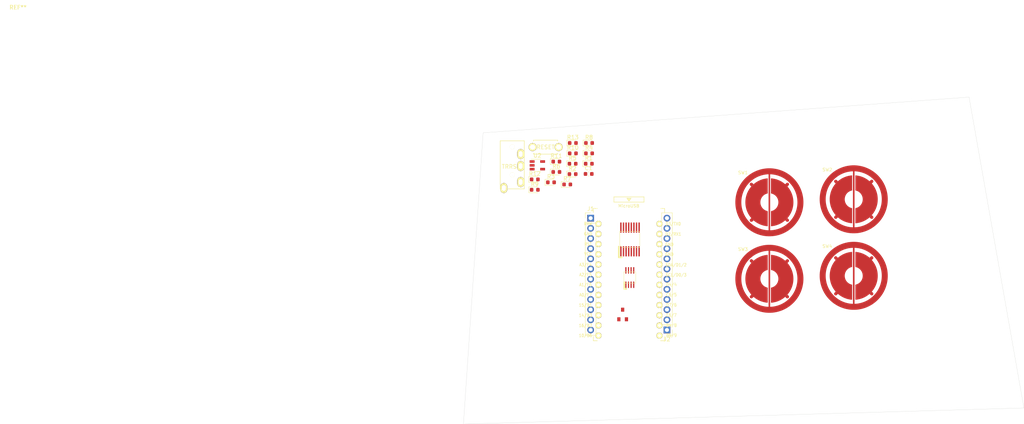
<source format=kicad_pcb>
(kicad_pcb (version 20171130) (host pcbnew "(5.1.6)-1")

  (general
    (thickness 1.6)
    (drawings 4)
    (tracks 0)
    (zones 0)
    (modules 29)
    (nets 69)
  )

  (page A4)
  (layers
    (0 F.Cu signal)
    (31 B.Cu signal)
    (32 B.Adhes user)
    (33 F.Adhes user)
    (34 B.Paste user)
    (35 F.Paste user)
    (36 B.SilkS user)
    (37 F.SilkS user)
    (38 B.Mask user)
    (39 F.Mask user)
    (40 Dwgs.User user)
    (41 Cmts.User user)
    (42 Eco1.User user)
    (43 Eco2.User user)
    (44 Edge.Cuts user)
    (45 Margin user)
    (46 B.CrtYd user)
    (47 F.CrtYd user)
    (48 B.Fab user)
    (49 F.Fab user)
  )

  (setup
    (last_trace_width 0.25)
    (trace_clearance 0.2)
    (zone_clearance 0.508)
    (zone_45_only no)
    (trace_min 0.2)
    (via_size 0.8)
    (via_drill 0.4)
    (via_min_size 0.4)
    (via_min_drill 0.3)
    (uvia_size 0.3)
    (uvia_drill 0.1)
    (uvias_allowed no)
    (uvia_min_size 0.2)
    (uvia_min_drill 0.1)
    (edge_width 0.05)
    (segment_width 0.2)
    (pcb_text_width 0.3)
    (pcb_text_size 1.5 1.5)
    (mod_edge_width 0.12)
    (mod_text_size 1 1)
    (mod_text_width 0.15)
    (pad_size 1.524 1.524)
    (pad_drill 0.762)
    (pad_to_mask_clearance 0.05)
    (aux_axis_origin 0 0)
    (visible_elements 7FFFFFFF)
    (pcbplotparams
      (layerselection 0x010fc_ffffffff)
      (usegerberextensions false)
      (usegerberattributes true)
      (usegerberadvancedattributes true)
      (creategerberjobfile true)
      (excludeedgelayer true)
      (linewidth 0.100000)
      (plotframeref false)
      (viasonmask false)
      (mode 1)
      (useauxorigin false)
      (hpglpennumber 1)
      (hpglpenspeed 20)
      (hpglpendiameter 15.000000)
      (psnegative false)
      (psa4output false)
      (plotreference true)
      (plotvalue true)
      (plotinvisibletext false)
      (padsonsilk false)
      (subtractmaskfromsilk false)
      (outputformat 1)
      (mirror false)
      (drillshape 1)
      (scaleselection 1)
      (outputdirectory ""))
  )

  (net 0 "")
  (net 1 "Net-(J1-Pad12)")
  (net 2 "Net-(J1-Pad11)")
  (net 3 "Net-(J1-Pad10)")
  (net 4 "Net-(J1-Pad9)")
  (net 5 "Net-(J1-Pad8)")
  (net 6 "Net-(J1-Pad7)")
  (net 7 "Net-(J1-Pad6)")
  (net 8 "Net-(J1-Pad5)")
  (net 9 "Net-(J1-Pad1)")
  (net 10 "Net-(J2-Pad12)")
  (net 11 "Net-(J2-Pad8)")
  (net 12 "Net-(J2-Pad7)")
  (net 13 "Net-(J2-Pad1)")
  (net 14 "Net-(Q1-Pad3)")
  (net 15 "Net-(Q1-Pad2)")
  (net 16 "Net-(SW1-Pad2)")
  (net 17 "Net-(SW1-Pad1)")
  (net 18 GNDA)
  (net 19 "Net-(SW2-Pad2)")
  (net 20 "Net-(SW2-Pad1)")
  (net 21 "Net-(SW3-Pad2)")
  (net 22 "Net-(SW3-Pad1)")
  (net 23 "Net-(SW4-Pad2)")
  (net 24 "Net-(SW4-Pad1)")
  (net 25 "Net-(U1-Pad24)")
  (net 26 GND)
  (net 27 reset)
  (net 28 adc)
  (net 29 row3)
  (net 30 row2)
  (net 31 row1)
  (net 32 row0)
  (net 33 "Net-(U1-Pad6)")
  (net 34 "Net-(U1-Pad5)")
  (net 35 data)
  (net 36 "Net-(U1-Pad1)")
  (net 37 "Net-(U2-Pad6)")
  (net 38 "Net-(U2-Pad5)")
  (net 39 "Net-(U2-Pad4)")
  (net 40 "Net-(U2-Pad3)")
  (net 41 "Net-(U2-Pad2)")
  (net 42 "Net-(U2-Pad1)")
  (net 43 VCC)
  (net 44 row4)
  (net 45 col0)
  (net 46 col1)
  (net 47 col2)
  (net 48 col3)
  (net 49 col4)
  (net 50 col5)
  (net 51 charge)
  (net 52 "Net-(U3-Pad9)")
  (net 53 "Net-(U3-Pad10)")
  (net 54 "Net-(U3-Pad11)")
  (net 55 "Net-(U3-Pad16)")
  (net 56 "Net-(U3-Pad3)")
  (net 57 a)
  (net 58 "Net-(J3-PadA)")
  (net 59 "Net-(R3-Pad1)")
  (net 60 "Net-(R4-Pad2)")
  (net 61 "Net-(R7-Pad1)")
  (net 62 "Net-(R8-Pad1)")
  (net 63 "Net-(R9-Pad1)")
  (net 64 "Net-(R10-Pad1)")
  (net 65 "Net-(R11-Pad1)")
  (net 66 "Net-(R12-Pad1)")
  (net 67 "Net-(R13-Pad1)")
  (net 68 "Net-(U1-Pad15)")

  (net_class Default "This is the default net class."
    (clearance 0.2)
    (trace_width 0.25)
    (via_dia 0.8)
    (via_drill 0.4)
    (uvia_dia 0.3)
    (uvia_drill 0.1)
    (add_net GND)
    (add_net GNDA)
    (add_net "Net-(J1-Pad1)")
    (add_net "Net-(J1-Pad10)")
    (add_net "Net-(J1-Pad11)")
    (add_net "Net-(J1-Pad12)")
    (add_net "Net-(J1-Pad5)")
    (add_net "Net-(J1-Pad6)")
    (add_net "Net-(J1-Pad7)")
    (add_net "Net-(J1-Pad8)")
    (add_net "Net-(J1-Pad9)")
    (add_net "Net-(J2-Pad1)")
    (add_net "Net-(J2-Pad12)")
    (add_net "Net-(J2-Pad7)")
    (add_net "Net-(J2-Pad8)")
    (add_net "Net-(J3-PadA)")
    (add_net "Net-(Q1-Pad2)")
    (add_net "Net-(Q1-Pad3)")
    (add_net "Net-(R10-Pad1)")
    (add_net "Net-(R11-Pad1)")
    (add_net "Net-(R12-Pad1)")
    (add_net "Net-(R13-Pad1)")
    (add_net "Net-(R3-Pad1)")
    (add_net "Net-(R4-Pad2)")
    (add_net "Net-(R7-Pad1)")
    (add_net "Net-(R8-Pad1)")
    (add_net "Net-(R9-Pad1)")
    (add_net "Net-(SW1-Pad1)")
    (add_net "Net-(SW1-Pad2)")
    (add_net "Net-(SW2-Pad1)")
    (add_net "Net-(SW2-Pad2)")
    (add_net "Net-(SW3-Pad1)")
    (add_net "Net-(SW3-Pad2)")
    (add_net "Net-(SW4-Pad1)")
    (add_net "Net-(SW4-Pad2)")
    (add_net "Net-(U1-Pad1)")
    (add_net "Net-(U1-Pad15)")
    (add_net "Net-(U1-Pad24)")
    (add_net "Net-(U1-Pad5)")
    (add_net "Net-(U1-Pad6)")
    (add_net "Net-(U2-Pad1)")
    (add_net "Net-(U2-Pad2)")
    (add_net "Net-(U2-Pad3)")
    (add_net "Net-(U2-Pad4)")
    (add_net "Net-(U2-Pad5)")
    (add_net "Net-(U2-Pad6)")
    (add_net "Net-(U3-Pad10)")
    (add_net "Net-(U3-Pad11)")
    (add_net "Net-(U3-Pad16)")
    (add_net "Net-(U3-Pad3)")
    (add_net "Net-(U3-Pad9)")
    (add_net VCC)
    (add_net a)
    (add_net adc)
    (add_net charge)
    (add_net col0)
    (add_net col1)
    (add_net col2)
    (add_net col3)
    (add_net col4)
    (add_net col5)
    (add_net data)
    (add_net reset)
    (add_net row0)
    (add_net row1)
    (add_net row2)
    (add_net row3)
    (add_net row4)
  )

  (module Package_TO_SOT_SMD:TSOT-23-5 (layer F.Cu) (tedit 5A02FF57) (tstamp 5FC133A6)
    (at 129.628396 39.968324)
    (descr "5-pin TSOT23 package, http://cds.linear.com/docs/en/packaging/SOT_5_05-08-1635.pdf")
    (tags TSOT-23-5)
    (path /5FC2024B)
    (attr smd)
    (fp_text reference U2 (at 0 -2.45) (layer F.SilkS)
      (effects (font (size 1 1) (thickness 0.15)))
    )
    (fp_text value AD8616 (at 0 2.5) (layer F.Fab)
      (effects (font (size 1 1) (thickness 0.15)))
    )
    (fp_text user %R (at 0 0 90) (layer F.Fab)
      (effects (font (size 0.5 0.5) (thickness 0.075)))
    )
    (fp_line (start -0.88 1.56) (end 0.88 1.56) (layer F.SilkS) (width 0.12))
    (fp_line (start 0.88 -1.51) (end -1.55 -1.51) (layer F.SilkS) (width 0.12))
    (fp_line (start -0.88 -1) (end -0.43 -1.45) (layer F.Fab) (width 0.1))
    (fp_line (start 0.88 -1.45) (end -0.43 -1.45) (layer F.Fab) (width 0.1))
    (fp_line (start -0.88 -1) (end -0.88 1.45) (layer F.Fab) (width 0.1))
    (fp_line (start 0.88 1.45) (end -0.88 1.45) (layer F.Fab) (width 0.1))
    (fp_line (start 0.88 -1.45) (end 0.88 1.45) (layer F.Fab) (width 0.1))
    (fp_line (start -2.17 -1.7) (end 2.17 -1.7) (layer F.CrtYd) (width 0.05))
    (fp_line (start -2.17 -1.7) (end -2.17 1.7) (layer F.CrtYd) (width 0.05))
    (fp_line (start 2.17 1.7) (end 2.17 -1.7) (layer F.CrtYd) (width 0.05))
    (fp_line (start 2.17 1.7) (end -2.17 1.7) (layer F.CrtYd) (width 0.05))
    (pad 5 smd rect (at 1.31 -0.95) (size 1.22 0.65) (layers F.Cu F.Paste F.Mask)
      (net 43 VCC))
    (pad 4 smd rect (at 1.31 0.95) (size 1.22 0.65) (layers F.Cu F.Paste F.Mask)
      (net 60 "Net-(R4-Pad2)"))
    (pad 3 smd rect (at -1.31 0.95) (size 1.22 0.65) (layers F.Cu F.Paste F.Mask)
      (net 59 "Net-(R3-Pad1)"))
    (pad 2 smd rect (at -1.31 0) (size 1.22 0.65) (layers F.Cu F.Paste F.Mask)
      (net 26 GND))
    (pad 1 smd rect (at -1.31 -0.95) (size 1.22 0.65) (layers F.Cu F.Paste F.Mask)
      (net 28 adc))
    (model ${KISYS3DMOD}/Package_TO_SOT_SMD.3dshapes/TSOT-23-5.wrl
      (at (xyz 0 0 0))
      (scale (xyz 1 1 1))
      (rotate (xyz 0 0 0))
    )
  )

  (module kbd:ResetSW_1side (layer F.Cu) (tedit 5C66D325) (tstamp 5FC132EF)
    (at 131.683395 35.418324)
    (path /5FC56463)
    (fp_text reference SW1 (at 0 2.55) (layer F.SilkS) hide
      (effects (font (size 1 1) (thickness 0.15)))
    )
    (fp_text value RESET (at 0 -2.55) (layer F.Fab)
      (effects (font (size 1 1) (thickness 0.15)))
    )
    (fp_text user RESET (at 0 0) (layer F.SilkS)
      (effects (font (size 1 1) (thickness 0.15)))
    )
    (fp_line (start -3 1.75) (end 3 1.75) (layer F.SilkS) (width 0.15))
    (fp_line (start 3 1.75) (end 3 1.5) (layer F.SilkS) (width 0.15))
    (fp_line (start -3 1.75) (end -3 1.5) (layer F.SilkS) (width 0.15))
    (fp_line (start -3 -1.75) (end -3 -1.5) (layer F.SilkS) (width 0.15))
    (fp_line (start -3 -1.75) (end 3 -1.75) (layer F.SilkS) (width 0.15))
    (fp_line (start 3 -1.75) (end 3 -1.5) (layer F.SilkS) (width 0.15))
    (pad 2 thru_hole circle (at -3.25 0) (size 2 2) (drill 1.3) (layers *.Cu F.SilkS B.Mask)
      (net 26 GND))
    (pad 1 thru_hole circle (at 3.25 0) (size 2 2) (drill 1.3) (layers *.Cu F.SilkS B.Mask)
      (net 27 reset))
  )

  (module Diode_SMD:D_0603_1608Metric (layer F.Cu) (tedit 5B301BBE) (tstamp 5FC132E2)
    (at 138.478396 34.388324)
    (descr "Diode SMD 0603 (1608 Metric), square (rectangular) end terminal, IPC_7351 nominal, (Body size source: http://www.tortai-tech.com/upload/download/2011102023233369053.pdf), generated with kicad-footprint-generator")
    (tags diode)
    (path /5FB73FDC)
    (attr smd)
    (fp_text reference R13 (at 0 -1.43) (layer F.SilkS)
      (effects (font (size 1 1) (thickness 0.15)))
    )
    (fp_text value 100kΩ (at 0 1.43) (layer F.Fab)
      (effects (font (size 1 1) (thickness 0.15)))
    )
    (fp_text user %R (at 0 0) (layer F.Fab)
      (effects (font (size 0.4 0.4) (thickness 0.06)))
    )
    (fp_line (start 0.8 -0.4) (end -0.5 -0.4) (layer F.Fab) (width 0.1))
    (fp_line (start -0.5 -0.4) (end -0.8 -0.1) (layer F.Fab) (width 0.1))
    (fp_line (start -0.8 -0.1) (end -0.8 0.4) (layer F.Fab) (width 0.1))
    (fp_line (start -0.8 0.4) (end 0.8 0.4) (layer F.Fab) (width 0.1))
    (fp_line (start 0.8 0.4) (end 0.8 -0.4) (layer F.Fab) (width 0.1))
    (fp_line (start 0.8 -0.735) (end -1.485 -0.735) (layer F.SilkS) (width 0.12))
    (fp_line (start -1.485 -0.735) (end -1.485 0.735) (layer F.SilkS) (width 0.12))
    (fp_line (start -1.485 0.735) (end 0.8 0.735) (layer F.SilkS) (width 0.12))
    (fp_line (start -1.48 0.73) (end -1.48 -0.73) (layer F.CrtYd) (width 0.05))
    (fp_line (start -1.48 -0.73) (end 1.48 -0.73) (layer F.CrtYd) (width 0.05))
    (fp_line (start 1.48 -0.73) (end 1.48 0.73) (layer F.CrtYd) (width 0.05))
    (fp_line (start 1.48 0.73) (end -1.48 0.73) (layer F.CrtYd) (width 0.05))
    (pad 2 smd roundrect (at 0.7875 0) (size 0.875 0.95) (layers F.Cu F.Paste F.Mask) (roundrect_rratio 0.25)
      (net 26 GND))
    (pad 1 smd roundrect (at -0.7875 0) (size 0.875 0.95) (layers F.Cu F.Paste F.Mask) (roundrect_rratio 0.25)
      (net 67 "Net-(R13-Pad1)"))
    (model ${KISYS3DMOD}/Diode_SMD.3dshapes/D_0603_1608Metric.wrl
      (at (xyz 0 0 0))
      (scale (xyz 1 1 1))
      (rotate (xyz 0 0 0))
    )
  )

  (module Diode_SMD:D_0603_1608Metric (layer F.Cu) (tedit 5B301BBE) (tstamp 5FC132CF)
    (at 128.978396 43.488324)
    (descr "Diode SMD 0603 (1608 Metric), square (rectangular) end terminal, IPC_7351 nominal, (Body size source: http://www.tortai-tech.com/upload/download/2011102023233369053.pdf), generated with kicad-footprint-generator")
    (tags diode)
    (path /5FB738D0)
    (attr smd)
    (fp_text reference R12 (at 0 -1.43) (layer F.SilkS)
      (effects (font (size 1 1) (thickness 0.15)))
    )
    (fp_text value 100kΩ (at 0 1.43) (layer F.Fab)
      (effects (font (size 1 1) (thickness 0.15)))
    )
    (fp_text user %R (at 0 0) (layer F.Fab)
      (effects (font (size 0.4 0.4) (thickness 0.06)))
    )
    (fp_line (start 0.8 -0.4) (end -0.5 -0.4) (layer F.Fab) (width 0.1))
    (fp_line (start -0.5 -0.4) (end -0.8 -0.1) (layer F.Fab) (width 0.1))
    (fp_line (start -0.8 -0.1) (end -0.8 0.4) (layer F.Fab) (width 0.1))
    (fp_line (start -0.8 0.4) (end 0.8 0.4) (layer F.Fab) (width 0.1))
    (fp_line (start 0.8 0.4) (end 0.8 -0.4) (layer F.Fab) (width 0.1))
    (fp_line (start 0.8 -0.735) (end -1.485 -0.735) (layer F.SilkS) (width 0.12))
    (fp_line (start -1.485 -0.735) (end -1.485 0.735) (layer F.SilkS) (width 0.12))
    (fp_line (start -1.485 0.735) (end 0.8 0.735) (layer F.SilkS) (width 0.12))
    (fp_line (start -1.48 0.73) (end -1.48 -0.73) (layer F.CrtYd) (width 0.05))
    (fp_line (start -1.48 -0.73) (end 1.48 -0.73) (layer F.CrtYd) (width 0.05))
    (fp_line (start 1.48 -0.73) (end 1.48 0.73) (layer F.CrtYd) (width 0.05))
    (fp_line (start 1.48 0.73) (end -1.48 0.73) (layer F.CrtYd) (width 0.05))
    (pad 2 smd roundrect (at 0.7875 0) (size 0.875 0.95) (layers F.Cu F.Paste F.Mask) (roundrect_rratio 0.25)
      (net 26 GND))
    (pad 1 smd roundrect (at -0.7875 0) (size 0.875 0.95) (layers F.Cu F.Paste F.Mask) (roundrect_rratio 0.25)
      (net 66 "Net-(R12-Pad1)"))
    (model ${KISYS3DMOD}/Diode_SMD.3dshapes/D_0603_1608Metric.wrl
      (at (xyz 0 0 0))
      (scale (xyz 1 1 1))
      (rotate (xyz 0 0 0))
    )
  )

  (module Diode_SMD:D_0603_1608Metric (layer F.Cu) (tedit 5B301BBE) (tstamp 5FC132BC)
    (at 134.368396 39.038324)
    (descr "Diode SMD 0603 (1608 Metric), square (rectangular) end terminal, IPC_7351 nominal, (Body size source: http://www.tortai-tech.com/upload/download/2011102023233369053.pdf), generated with kicad-footprint-generator")
    (tags diode)
    (path /5FB731CD)
    (attr smd)
    (fp_text reference R11 (at 0 -1.43) (layer F.SilkS)
      (effects (font (size 1 1) (thickness 0.15)))
    )
    (fp_text value 100kΩ (at 0 1.43) (layer F.Fab)
      (effects (font (size 1 1) (thickness 0.15)))
    )
    (fp_text user %R (at 0 0) (layer F.Fab)
      (effects (font (size 0.4 0.4) (thickness 0.06)))
    )
    (fp_line (start 0.8 -0.4) (end -0.5 -0.4) (layer F.Fab) (width 0.1))
    (fp_line (start -0.5 -0.4) (end -0.8 -0.1) (layer F.Fab) (width 0.1))
    (fp_line (start -0.8 -0.1) (end -0.8 0.4) (layer F.Fab) (width 0.1))
    (fp_line (start -0.8 0.4) (end 0.8 0.4) (layer F.Fab) (width 0.1))
    (fp_line (start 0.8 0.4) (end 0.8 -0.4) (layer F.Fab) (width 0.1))
    (fp_line (start 0.8 -0.735) (end -1.485 -0.735) (layer F.SilkS) (width 0.12))
    (fp_line (start -1.485 -0.735) (end -1.485 0.735) (layer F.SilkS) (width 0.12))
    (fp_line (start -1.485 0.735) (end 0.8 0.735) (layer F.SilkS) (width 0.12))
    (fp_line (start -1.48 0.73) (end -1.48 -0.73) (layer F.CrtYd) (width 0.05))
    (fp_line (start -1.48 -0.73) (end 1.48 -0.73) (layer F.CrtYd) (width 0.05))
    (fp_line (start 1.48 -0.73) (end 1.48 0.73) (layer F.CrtYd) (width 0.05))
    (fp_line (start 1.48 0.73) (end -1.48 0.73) (layer F.CrtYd) (width 0.05))
    (pad 2 smd roundrect (at 0.7875 0) (size 0.875 0.95) (layers F.Cu F.Paste F.Mask) (roundrect_rratio 0.25)
      (net 26 GND))
    (pad 1 smd roundrect (at -0.7875 0) (size 0.875 0.95) (layers F.Cu F.Paste F.Mask) (roundrect_rratio 0.25)
      (net 65 "Net-(R11-Pad1)"))
    (model ${KISYS3DMOD}/Diode_SMD.3dshapes/D_0603_1608Metric.wrl
      (at (xyz 0 0 0))
      (scale (xyz 1 1 1))
      (rotate (xyz 0 0 0))
    )
  )

  (module Diode_SMD:D_0603_1608Metric (layer F.Cu) (tedit 5B301BBE) (tstamp 5FC132A9)
    (at 138.478396 36.978324)
    (descr "Diode SMD 0603 (1608 Metric), square (rectangular) end terminal, IPC_7351 nominal, (Body size source: http://www.tortai-tech.com/upload/download/2011102023233369053.pdf), generated with kicad-footprint-generator")
    (tags diode)
    (path /5FB72B1E)
    (attr smd)
    (fp_text reference R10 (at 0 -1.43) (layer F.SilkS)
      (effects (font (size 1 1) (thickness 0.15)))
    )
    (fp_text value 100kΩ (at 0 1.43) (layer F.Fab)
      (effects (font (size 1 1) (thickness 0.15)))
    )
    (fp_text user %R (at 0 0) (layer F.Fab)
      (effects (font (size 0.4 0.4) (thickness 0.06)))
    )
    (fp_line (start 0.8 -0.4) (end -0.5 -0.4) (layer F.Fab) (width 0.1))
    (fp_line (start -0.5 -0.4) (end -0.8 -0.1) (layer F.Fab) (width 0.1))
    (fp_line (start -0.8 -0.1) (end -0.8 0.4) (layer F.Fab) (width 0.1))
    (fp_line (start -0.8 0.4) (end 0.8 0.4) (layer F.Fab) (width 0.1))
    (fp_line (start 0.8 0.4) (end 0.8 -0.4) (layer F.Fab) (width 0.1))
    (fp_line (start 0.8 -0.735) (end -1.485 -0.735) (layer F.SilkS) (width 0.12))
    (fp_line (start -1.485 -0.735) (end -1.485 0.735) (layer F.SilkS) (width 0.12))
    (fp_line (start -1.485 0.735) (end 0.8 0.735) (layer F.SilkS) (width 0.12))
    (fp_line (start -1.48 0.73) (end -1.48 -0.73) (layer F.CrtYd) (width 0.05))
    (fp_line (start -1.48 -0.73) (end 1.48 -0.73) (layer F.CrtYd) (width 0.05))
    (fp_line (start 1.48 -0.73) (end 1.48 0.73) (layer F.CrtYd) (width 0.05))
    (fp_line (start 1.48 0.73) (end -1.48 0.73) (layer F.CrtYd) (width 0.05))
    (pad 2 smd roundrect (at 0.7875 0) (size 0.875 0.95) (layers F.Cu F.Paste F.Mask) (roundrect_rratio 0.25)
      (net 26 GND))
    (pad 1 smd roundrect (at -0.7875 0) (size 0.875 0.95) (layers F.Cu F.Paste F.Mask) (roundrect_rratio 0.25)
      (net 64 "Net-(R10-Pad1)"))
    (model ${KISYS3DMOD}/Diode_SMD.3dshapes/D_0603_1608Metric.wrl
      (at (xyz 0 0 0))
      (scale (xyz 1 1 1))
      (rotate (xyz 0 0 0))
    )
  )

  (module Diode_SMD:D_0603_1608Metric (layer F.Cu) (tedit 5B301BBE) (tstamp 5FC13296)
    (at 128.978396 46.078324)
    (descr "Diode SMD 0603 (1608 Metric), square (rectangular) end terminal, IPC_7351 nominal, (Body size source: http://www.tortai-tech.com/upload/download/2011102023233369053.pdf), generated with kicad-footprint-generator")
    (tags diode)
    (path /5FB72453)
    (attr smd)
    (fp_text reference R9 (at 0 -1.43) (layer F.SilkS)
      (effects (font (size 1 1) (thickness 0.15)))
    )
    (fp_text value 100kΩ (at 0 1.43) (layer F.Fab)
      (effects (font (size 1 1) (thickness 0.15)))
    )
    (fp_text user %R (at 0 0) (layer F.Fab)
      (effects (font (size 0.4 0.4) (thickness 0.06)))
    )
    (fp_line (start 0.8 -0.4) (end -0.5 -0.4) (layer F.Fab) (width 0.1))
    (fp_line (start -0.5 -0.4) (end -0.8 -0.1) (layer F.Fab) (width 0.1))
    (fp_line (start -0.8 -0.1) (end -0.8 0.4) (layer F.Fab) (width 0.1))
    (fp_line (start -0.8 0.4) (end 0.8 0.4) (layer F.Fab) (width 0.1))
    (fp_line (start 0.8 0.4) (end 0.8 -0.4) (layer F.Fab) (width 0.1))
    (fp_line (start 0.8 -0.735) (end -1.485 -0.735) (layer F.SilkS) (width 0.12))
    (fp_line (start -1.485 -0.735) (end -1.485 0.735) (layer F.SilkS) (width 0.12))
    (fp_line (start -1.485 0.735) (end 0.8 0.735) (layer F.SilkS) (width 0.12))
    (fp_line (start -1.48 0.73) (end -1.48 -0.73) (layer F.CrtYd) (width 0.05))
    (fp_line (start -1.48 -0.73) (end 1.48 -0.73) (layer F.CrtYd) (width 0.05))
    (fp_line (start 1.48 -0.73) (end 1.48 0.73) (layer F.CrtYd) (width 0.05))
    (fp_line (start 1.48 0.73) (end -1.48 0.73) (layer F.CrtYd) (width 0.05))
    (pad 2 smd roundrect (at 0.7875 0) (size 0.875 0.95) (layers F.Cu F.Paste F.Mask) (roundrect_rratio 0.25)
      (net 26 GND))
    (pad 1 smd roundrect (at -0.7875 0) (size 0.875 0.95) (layers F.Cu F.Paste F.Mask) (roundrect_rratio 0.25)
      (net 63 "Net-(R9-Pad1)"))
    (model ${KISYS3DMOD}/Diode_SMD.3dshapes/D_0603_1608Metric.wrl
      (at (xyz 0 0 0))
      (scale (xyz 1 1 1))
      (rotate (xyz 0 0 0))
    )
  )

  (module Diode_SMD:D_0603_1608Metric (layer F.Cu) (tedit 5B301BBE) (tstamp 5FC13283)
    (at 142.528396 34.388324)
    (descr "Diode SMD 0603 (1608 Metric), square (rectangular) end terminal, IPC_7351 nominal, (Body size source: http://www.tortai-tech.com/upload/download/2011102023233369053.pdf), generated with kicad-footprint-generator")
    (tags diode)
    (path /5FB71CC9)
    (attr smd)
    (fp_text reference R8 (at 0 -1.43) (layer F.SilkS)
      (effects (font (size 1 1) (thickness 0.15)))
    )
    (fp_text value 100kΩ (at 0 1.43) (layer F.Fab)
      (effects (font (size 1 1) (thickness 0.15)))
    )
    (fp_text user %R (at 0 0) (layer F.Fab)
      (effects (font (size 0.4 0.4) (thickness 0.06)))
    )
    (fp_line (start 0.8 -0.4) (end -0.5 -0.4) (layer F.Fab) (width 0.1))
    (fp_line (start -0.5 -0.4) (end -0.8 -0.1) (layer F.Fab) (width 0.1))
    (fp_line (start -0.8 -0.1) (end -0.8 0.4) (layer F.Fab) (width 0.1))
    (fp_line (start -0.8 0.4) (end 0.8 0.4) (layer F.Fab) (width 0.1))
    (fp_line (start 0.8 0.4) (end 0.8 -0.4) (layer F.Fab) (width 0.1))
    (fp_line (start 0.8 -0.735) (end -1.485 -0.735) (layer F.SilkS) (width 0.12))
    (fp_line (start -1.485 -0.735) (end -1.485 0.735) (layer F.SilkS) (width 0.12))
    (fp_line (start -1.485 0.735) (end 0.8 0.735) (layer F.SilkS) (width 0.12))
    (fp_line (start -1.48 0.73) (end -1.48 -0.73) (layer F.CrtYd) (width 0.05))
    (fp_line (start -1.48 -0.73) (end 1.48 -0.73) (layer F.CrtYd) (width 0.05))
    (fp_line (start 1.48 -0.73) (end 1.48 0.73) (layer F.CrtYd) (width 0.05))
    (fp_line (start 1.48 0.73) (end -1.48 0.73) (layer F.CrtYd) (width 0.05))
    (pad 2 smd roundrect (at 0.7875 0) (size 0.875 0.95) (layers F.Cu F.Paste F.Mask) (roundrect_rratio 0.25)
      (net 26 GND))
    (pad 1 smd roundrect (at -0.7875 0) (size 0.875 0.95) (layers F.Cu F.Paste F.Mask) (roundrect_rratio 0.25)
      (net 62 "Net-(R8-Pad1)"))
    (model ${KISYS3DMOD}/Diode_SMD.3dshapes/D_0603_1608Metric.wrl
      (at (xyz 0 0 0))
      (scale (xyz 1 1 1))
      (rotate (xyz 0 0 0))
    )
  )

  (module Diode_SMD:D_0603_1608Metric (layer F.Cu) (tedit 5B301BBE) (tstamp 5FC13270)
    (at 137.078396 44.748324)
    (descr "Diode SMD 0603 (1608 Metric), square (rectangular) end terminal, IPC_7351 nominal, (Body size source: http://www.tortai-tech.com/upload/download/2011102023233369053.pdf), generated with kicad-footprint-generator")
    (tags diode)
    (path /5FB66A11)
    (attr smd)
    (fp_text reference R7 (at 0 -1.43) (layer F.SilkS)
      (effects (font (size 1 1) (thickness 0.15)))
    )
    (fp_text value 100kΩ (at 0 1.43) (layer F.Fab)
      (effects (font (size 1 1) (thickness 0.15)))
    )
    (fp_text user %R (at 0 0) (layer F.Fab)
      (effects (font (size 0.4 0.4) (thickness 0.06)))
    )
    (fp_line (start 0.8 -0.4) (end -0.5 -0.4) (layer F.Fab) (width 0.1))
    (fp_line (start -0.5 -0.4) (end -0.8 -0.1) (layer F.Fab) (width 0.1))
    (fp_line (start -0.8 -0.1) (end -0.8 0.4) (layer F.Fab) (width 0.1))
    (fp_line (start -0.8 0.4) (end 0.8 0.4) (layer F.Fab) (width 0.1))
    (fp_line (start 0.8 0.4) (end 0.8 -0.4) (layer F.Fab) (width 0.1))
    (fp_line (start 0.8 -0.735) (end -1.485 -0.735) (layer F.SilkS) (width 0.12))
    (fp_line (start -1.485 -0.735) (end -1.485 0.735) (layer F.SilkS) (width 0.12))
    (fp_line (start -1.485 0.735) (end 0.8 0.735) (layer F.SilkS) (width 0.12))
    (fp_line (start -1.48 0.73) (end -1.48 -0.73) (layer F.CrtYd) (width 0.05))
    (fp_line (start -1.48 -0.73) (end 1.48 -0.73) (layer F.CrtYd) (width 0.05))
    (fp_line (start 1.48 -0.73) (end 1.48 0.73) (layer F.CrtYd) (width 0.05))
    (fp_line (start 1.48 0.73) (end -1.48 0.73) (layer F.CrtYd) (width 0.05))
    (pad 2 smd roundrect (at 0.7875 0) (size 0.875 0.95) (layers F.Cu F.Paste F.Mask) (roundrect_rratio 0.25)
      (net 26 GND))
    (pad 1 smd roundrect (at -0.7875 0) (size 0.875 0.95) (layers F.Cu F.Paste F.Mask) (roundrect_rratio 0.25)
      (net 61 "Net-(R7-Pad1)"))
    (model ${KISYS3DMOD}/Diode_SMD.3dshapes/D_0603_1608Metric.wrl
      (at (xyz 0 0 0))
      (scale (xyz 1 1 1))
      (rotate (xyz 0 0 0))
    )
  )

  (module Diode_SMD:D_0603_1608Metric (layer F.Cu) (tedit 5B301BBE) (tstamp 5FC1325D)
    (at 134.368396 41.628324)
    (descr "Diode SMD 0603 (1608 Metric), square (rectangular) end terminal, IPC_7351 nominal, (Body size source: http://www.tortai-tech.com/upload/download/2011102023233369053.pdf), generated with kicad-footprint-generator")
    (tags diode)
    (path /5FC16AA2)
    (attr smd)
    (fp_text reference R6 (at 0 -1.43) (layer F.SilkS)
      (effects (font (size 1 1) (thickness 0.15)))
    )
    (fp_text value 100KΩ (at 0 1.43) (layer F.Fab)
      (effects (font (size 1 1) (thickness 0.15)))
    )
    (fp_text user %R (at 0 0) (layer F.Fab)
      (effects (font (size 0.4 0.4) (thickness 0.06)))
    )
    (fp_line (start 0.8 -0.4) (end -0.5 -0.4) (layer F.Fab) (width 0.1))
    (fp_line (start -0.5 -0.4) (end -0.8 -0.1) (layer F.Fab) (width 0.1))
    (fp_line (start -0.8 -0.1) (end -0.8 0.4) (layer F.Fab) (width 0.1))
    (fp_line (start -0.8 0.4) (end 0.8 0.4) (layer F.Fab) (width 0.1))
    (fp_line (start 0.8 0.4) (end 0.8 -0.4) (layer F.Fab) (width 0.1))
    (fp_line (start 0.8 -0.735) (end -1.485 -0.735) (layer F.SilkS) (width 0.12))
    (fp_line (start -1.485 -0.735) (end -1.485 0.735) (layer F.SilkS) (width 0.12))
    (fp_line (start -1.485 0.735) (end 0.8 0.735) (layer F.SilkS) (width 0.12))
    (fp_line (start -1.48 0.73) (end -1.48 -0.73) (layer F.CrtYd) (width 0.05))
    (fp_line (start -1.48 -0.73) (end 1.48 -0.73) (layer F.CrtYd) (width 0.05))
    (fp_line (start 1.48 -0.73) (end 1.48 0.73) (layer F.CrtYd) (width 0.05))
    (fp_line (start 1.48 0.73) (end -1.48 0.73) (layer F.CrtYd) (width 0.05))
    (pad 2 smd roundrect (at 0.7875 0) (size 0.875 0.95) (layers F.Cu F.Paste F.Mask) (roundrect_rratio 0.25)
      (net 60 "Net-(R4-Pad2)"))
    (pad 1 smd roundrect (at -0.7875 0) (size 0.875 0.95) (layers F.Cu F.Paste F.Mask) (roundrect_rratio 0.25)
      (net 28 adc))
    (model ${KISYS3DMOD}/Diode_SMD.3dshapes/D_0603_1608Metric.wrl
      (at (xyz 0 0 0))
      (scale (xyz 1 1 1))
      (rotate (xyz 0 0 0))
    )
  )

  (module Diode_SMD:D_0603_1608Metric (layer F.Cu) (tedit 5B301BBE) (tstamp 5FC1324A)
    (at 138.418396 39.568324)
    (descr "Diode SMD 0603 (1608 Metric), square (rectangular) end terminal, IPC_7351 nominal, (Body size source: http://www.tortai-tech.com/upload/download/2011102023233369053.pdf), generated with kicad-footprint-generator")
    (tags diode)
    (path /5FC17B2D)
    (attr smd)
    (fp_text reference R5 (at 0 -1.43) (layer F.SilkS)
      (effects (font (size 1 1) (thickness 0.15)))
    )
    (fp_text value 10KΩ (at 0 1.43) (layer F.Fab)
      (effects (font (size 1 1) (thickness 0.15)))
    )
    (fp_text user %R (at 0 0) (layer F.Fab)
      (effects (font (size 0.4 0.4) (thickness 0.06)))
    )
    (fp_line (start 0.8 -0.4) (end -0.5 -0.4) (layer F.Fab) (width 0.1))
    (fp_line (start -0.5 -0.4) (end -0.8 -0.1) (layer F.Fab) (width 0.1))
    (fp_line (start -0.8 -0.1) (end -0.8 0.4) (layer F.Fab) (width 0.1))
    (fp_line (start -0.8 0.4) (end 0.8 0.4) (layer F.Fab) (width 0.1))
    (fp_line (start 0.8 0.4) (end 0.8 -0.4) (layer F.Fab) (width 0.1))
    (fp_line (start 0.8 -0.735) (end -1.485 -0.735) (layer F.SilkS) (width 0.12))
    (fp_line (start -1.485 -0.735) (end -1.485 0.735) (layer F.SilkS) (width 0.12))
    (fp_line (start -1.485 0.735) (end 0.8 0.735) (layer F.SilkS) (width 0.12))
    (fp_line (start -1.48 0.73) (end -1.48 -0.73) (layer F.CrtYd) (width 0.05))
    (fp_line (start -1.48 -0.73) (end 1.48 -0.73) (layer F.CrtYd) (width 0.05))
    (fp_line (start 1.48 -0.73) (end 1.48 0.73) (layer F.CrtYd) (width 0.05))
    (fp_line (start 1.48 0.73) (end -1.48 0.73) (layer F.CrtYd) (width 0.05))
    (pad 2 smd roundrect (at 0.7875 0) (size 0.875 0.95) (layers F.Cu F.Paste F.Mask) (roundrect_rratio 0.25)
      (net 43 VCC))
    (pad 1 smd roundrect (at -0.7875 0) (size 0.875 0.95) (layers F.Cu F.Paste F.Mask) (roundrect_rratio 0.25)
      (net 28 adc))
    (model ${KISYS3DMOD}/Diode_SMD.3dshapes/D_0603_1608Metric.wrl
      (at (xyz 0 0 0))
      (scale (xyz 1 1 1))
      (rotate (xyz 0 0 0))
    )
  )

  (module Diode_SMD:D_0603_1608Metric (layer F.Cu) (tedit 5B301BBE) (tstamp 5FC13237)
    (at 142.528396 36.978324)
    (descr "Diode SMD 0603 (1608 Metric), square (rectangular) end terminal, IPC_7351 nominal, (Body size source: http://www.tortai-tech.com/upload/download/2011102023233369053.pdf), generated with kicad-footprint-generator")
    (tags diode)
    (path /5FC154FF)
    (attr smd)
    (fp_text reference R4 (at 0 -1.43) (layer F.SilkS)
      (effects (font (size 1 1) (thickness 0.15)))
    )
    (fp_text value 1KΩ (at 0 1.43) (layer F.Fab)
      (effects (font (size 1 1) (thickness 0.15)))
    )
    (fp_text user %R (at 0 0) (layer F.Fab)
      (effects (font (size 0.4 0.4) (thickness 0.06)))
    )
    (fp_line (start 0.8 -0.4) (end -0.5 -0.4) (layer F.Fab) (width 0.1))
    (fp_line (start -0.5 -0.4) (end -0.8 -0.1) (layer F.Fab) (width 0.1))
    (fp_line (start -0.8 -0.1) (end -0.8 0.4) (layer F.Fab) (width 0.1))
    (fp_line (start -0.8 0.4) (end 0.8 0.4) (layer F.Fab) (width 0.1))
    (fp_line (start 0.8 0.4) (end 0.8 -0.4) (layer F.Fab) (width 0.1))
    (fp_line (start 0.8 -0.735) (end -1.485 -0.735) (layer F.SilkS) (width 0.12))
    (fp_line (start -1.485 -0.735) (end -1.485 0.735) (layer F.SilkS) (width 0.12))
    (fp_line (start -1.485 0.735) (end 0.8 0.735) (layer F.SilkS) (width 0.12))
    (fp_line (start -1.48 0.73) (end -1.48 -0.73) (layer F.CrtYd) (width 0.05))
    (fp_line (start -1.48 -0.73) (end 1.48 -0.73) (layer F.CrtYd) (width 0.05))
    (fp_line (start 1.48 -0.73) (end 1.48 0.73) (layer F.CrtYd) (width 0.05))
    (fp_line (start 1.48 0.73) (end -1.48 0.73) (layer F.CrtYd) (width 0.05))
    (pad 2 smd roundrect (at 0.7875 0) (size 0.875 0.95) (layers F.Cu F.Paste F.Mask) (roundrect_rratio 0.25)
      (net 60 "Net-(R4-Pad2)"))
    (pad 1 smd roundrect (at -0.7875 0) (size 0.875 0.95) (layers F.Cu F.Paste F.Mask) (roundrect_rratio 0.25)
      (net 26 GND))
    (model ${KISYS3DMOD}/Diode_SMD.3dshapes/D_0603_1608Metric.wrl
      (at (xyz 0 0 0))
      (scale (xyz 1 1 1))
      (rotate (xyz 0 0 0))
    )
  )

  (module Diode_SMD:D_0603_1608Metric (layer F.Cu) (tedit 5B301BBE) (tstamp 5FC13224)
    (at 133.028396 44.218324)
    (descr "Diode SMD 0603 (1608 Metric), square (rectangular) end terminal, IPC_7351 nominal, (Body size source: http://www.tortai-tech.com/upload/download/2011102023233369053.pdf), generated with kicad-footprint-generator")
    (tags diode)
    (path /5FC13EAC)
    (attr smd)
    (fp_text reference R3 (at 0 -1.43) (layer F.SilkS)
      (effects (font (size 1 1) (thickness 0.15)))
    )
    (fp_text value 1KΩ (at 0 1.43) (layer F.Fab)
      (effects (font (size 1 1) (thickness 0.15)))
    )
    (fp_text user %R (at 0 0) (layer F.Fab)
      (effects (font (size 0.4 0.4) (thickness 0.06)))
    )
    (fp_line (start 0.8 -0.4) (end -0.5 -0.4) (layer F.Fab) (width 0.1))
    (fp_line (start -0.5 -0.4) (end -0.8 -0.1) (layer F.Fab) (width 0.1))
    (fp_line (start -0.8 -0.1) (end -0.8 0.4) (layer F.Fab) (width 0.1))
    (fp_line (start -0.8 0.4) (end 0.8 0.4) (layer F.Fab) (width 0.1))
    (fp_line (start 0.8 0.4) (end 0.8 -0.4) (layer F.Fab) (width 0.1))
    (fp_line (start 0.8 -0.735) (end -1.485 -0.735) (layer F.SilkS) (width 0.12))
    (fp_line (start -1.485 -0.735) (end -1.485 0.735) (layer F.SilkS) (width 0.12))
    (fp_line (start -1.485 0.735) (end 0.8 0.735) (layer F.SilkS) (width 0.12))
    (fp_line (start -1.48 0.73) (end -1.48 -0.73) (layer F.CrtYd) (width 0.05))
    (fp_line (start -1.48 -0.73) (end 1.48 -0.73) (layer F.CrtYd) (width 0.05))
    (fp_line (start 1.48 -0.73) (end 1.48 0.73) (layer F.CrtYd) (width 0.05))
    (fp_line (start 1.48 0.73) (end -1.48 0.73) (layer F.CrtYd) (width 0.05))
    (pad 2 smd roundrect (at 0.7875 0) (size 0.875 0.95) (layers F.Cu F.Paste F.Mask) (roundrect_rratio 0.25)
      (net 57 a))
    (pad 1 smd roundrect (at -0.7875 0) (size 0.875 0.95) (layers F.Cu F.Paste F.Mask) (roundrect_rratio 0.25)
      (net 59 "Net-(R3-Pad1)"))
    (model ${KISYS3DMOD}/Diode_SMD.3dshapes/D_0603_1608Metric.wrl
      (at (xyz 0 0 0))
      (scale (xyz 1 1 1))
      (rotate (xyz 0 0 0))
    )
  )

  (module Diode_SMD:D_0603_1608Metric (layer F.Cu) (tedit 5B301BBE) (tstamp 5FC13211)
    (at 138.418396 42.158324)
    (descr "Diode SMD 0603 (1608 Metric), square (rectangular) end terminal, IPC_7351 nominal, (Body size source: http://www.tortai-tech.com/upload/download/2011102023233369053.pdf), generated with kicad-footprint-generator")
    (tags diode)
    (path /5FB81BD3)
    (attr smd)
    (fp_text reference R2 (at 0 -1.43) (layer F.SilkS)
      (effects (font (size 1 1) (thickness 0.15)))
    )
    (fp_text value 10kΩ (at 0 1.43) (layer F.Fab)
      (effects (font (size 1 1) (thickness 0.15)))
    )
    (fp_text user %R (at 0 0) (layer F.Fab)
      (effects (font (size 0.4 0.4) (thickness 0.06)))
    )
    (fp_line (start 0.8 -0.4) (end -0.5 -0.4) (layer F.Fab) (width 0.1))
    (fp_line (start -0.5 -0.4) (end -0.8 -0.1) (layer F.Fab) (width 0.1))
    (fp_line (start -0.8 -0.1) (end -0.8 0.4) (layer F.Fab) (width 0.1))
    (fp_line (start -0.8 0.4) (end 0.8 0.4) (layer F.Fab) (width 0.1))
    (fp_line (start 0.8 0.4) (end 0.8 -0.4) (layer F.Fab) (width 0.1))
    (fp_line (start 0.8 -0.735) (end -1.485 -0.735) (layer F.SilkS) (width 0.12))
    (fp_line (start -1.485 -0.735) (end -1.485 0.735) (layer F.SilkS) (width 0.12))
    (fp_line (start -1.485 0.735) (end 0.8 0.735) (layer F.SilkS) (width 0.12))
    (fp_line (start -1.48 0.73) (end -1.48 -0.73) (layer F.CrtYd) (width 0.05))
    (fp_line (start -1.48 -0.73) (end 1.48 -0.73) (layer F.CrtYd) (width 0.05))
    (fp_line (start 1.48 -0.73) (end 1.48 0.73) (layer F.CrtYd) (width 0.05))
    (fp_line (start 1.48 0.73) (end -1.48 0.73) (layer F.CrtYd) (width 0.05))
    (pad 2 smd roundrect (at 0.7875 0) (size 0.875 0.95) (layers F.Cu F.Paste F.Mask) (roundrect_rratio 0.25)
      (net 15 "Net-(Q1-Pad2)"))
    (pad 1 smd roundrect (at -0.7875 0) (size 0.875 0.95) (layers F.Cu F.Paste F.Mask) (roundrect_rratio 0.25)
      (net 57 a))
    (model ${KISYS3DMOD}/Diode_SMD.3dshapes/D_0603_1608Metric.wrl
      (at (xyz 0 0 0))
      (scale (xyz 1 1 1))
      (rotate (xyz 0 0 0))
    )
  )

  (module Diode_SMD:D_0603_1608Metric (layer F.Cu) (tedit 5B301BBE) (tstamp 5FC131FE)
    (at 142.468396 39.568324)
    (descr "Diode SMD 0603 (1608 Metric), square (rectangular) end terminal, IPC_7351 nominal, (Body size source: http://www.tortai-tech.com/upload/download/2011102023233369053.pdf), generated with kicad-footprint-generator")
    (tags diode)
    (path /5FB7B933)
    (attr smd)
    (fp_text reference R1 (at 0 -1.43) (layer F.SilkS)
      (effects (font (size 1 1) (thickness 0.15)))
    )
    (fp_text value 10kΩ (at 0 1.43) (layer F.Fab)
      (effects (font (size 1 1) (thickness 0.15)))
    )
    (fp_text user %R (at 0 0) (layer F.Fab)
      (effects (font (size 0.4 0.4) (thickness 0.06)))
    )
    (fp_line (start 0.8 -0.4) (end -0.5 -0.4) (layer F.Fab) (width 0.1))
    (fp_line (start -0.5 -0.4) (end -0.8 -0.1) (layer F.Fab) (width 0.1))
    (fp_line (start -0.8 -0.1) (end -0.8 0.4) (layer F.Fab) (width 0.1))
    (fp_line (start -0.8 0.4) (end 0.8 0.4) (layer F.Fab) (width 0.1))
    (fp_line (start 0.8 0.4) (end 0.8 -0.4) (layer F.Fab) (width 0.1))
    (fp_line (start 0.8 -0.735) (end -1.485 -0.735) (layer F.SilkS) (width 0.12))
    (fp_line (start -1.485 -0.735) (end -1.485 0.735) (layer F.SilkS) (width 0.12))
    (fp_line (start -1.485 0.735) (end 0.8 0.735) (layer F.SilkS) (width 0.12))
    (fp_line (start -1.48 0.73) (end -1.48 -0.73) (layer F.CrtYd) (width 0.05))
    (fp_line (start -1.48 -0.73) (end 1.48 -0.73) (layer F.CrtYd) (width 0.05))
    (fp_line (start 1.48 -0.73) (end 1.48 0.73) (layer F.CrtYd) (width 0.05))
    (fp_line (start 1.48 0.73) (end -1.48 0.73) (layer F.CrtYd) (width 0.05))
    (pad 2 smd roundrect (at 0.7875 0) (size 0.875 0.95) (layers F.Cu F.Paste F.Mask) (roundrect_rratio 0.25)
      (net 14 "Net-(Q1-Pad3)"))
    (pad 1 smd roundrect (at -0.7875 0) (size 0.875 0.95) (layers F.Cu F.Paste F.Mask) (roundrect_rratio 0.25)
      (net 51 charge))
    (model ${KISYS3DMOD}/Diode_SMD.3dshapes/D_0603_1608Metric.wrl
      (at (xyz 0 0 0))
      (scale (xyz 1 1 1))
      (rotate (xyz 0 0 0))
    )
  )

  (module ec_helix:2SC2712 (layer F.Cu) (tedit 5EDBC024) (tstamp 5F99820E)
    (at 150.911592 77.241732)
    (path /5F825E0D)
    (attr smd)
    (fp_text reference Q1 (at 0 0) (layer F.SilkS) hide
      (effects (font (size 0.5 0.5) (thickness 0.1)))
    )
    (fp_text value 2SC1941 (at 0 -2.54) (layer F.SilkS) hide
      (effects (font (size 1 1) (thickness 0.2)))
    )
    (fp_line (start -0.45 1) (end -0.45 1.8) (layer F.Fab) (width 0.12))
    (fp_line (start -1.45 1.8) (end -0.45 1.8) (layer F.Fab) (width 0.12))
    (fp_line (start -1.45 1) (end -1.45 1.8) (layer F.Fab) (width 0.12))
    (fp_line (start -1.45 0.75) (end -1.45 -0.75) (layer F.Fab) (width 0.2))
    (fp_line (start 1.45 0.75) (end -1.45 0.75) (layer F.Fab) (width 0.2))
    (fp_line (start 1.45 -0.75) (end 1.45 0.75) (layer F.Fab) (width 0.2))
    (fp_line (start -1.45 -0.75) (end 1.45 -0.75) (layer F.Fab) (width 0.2))
    (pad 1 smd rect (at -0.95 1.2) (size 0.8 1) (layers F.Cu F.Paste F.Mask)
      (net 26 GND))
    (pad 2 smd rect (at 0.95 1.2) (size 0.8 1) (layers F.Cu F.Paste F.Mask)
      (net 15 "Net-(Q1-Pad2)"))
    (pad 3 smd rect (at 0 -1.2) (size 0.8 1) (layers F.Cu F.Paste F.Mask)
      (net 14 "Net-(Q1-Pad3)"))
  )

  (module kbd:MJ-4PP-9_1side (layer F.Cu) (tedit 5C66D348) (tstamp 5FC131DE)
    (at 123.358396 33.843323)
    (path /5FC47A50)
    (fp_text reference J3 (at -0.85 4.95) (layer F.Fab)
      (effects (font (size 1 1) (thickness 0.15)))
    )
    (fp_text value MJ-4PP-9 (at 0 14) (layer F.Fab) hide
      (effects (font (size 1 1) (thickness 0.15)))
    )
    (fp_text user TRRS (at -0.75 6.45) (layer F.SilkS)
      (effects (font (size 1 1) (thickness 0.15)))
    )
    (fp_line (start -3 0) (end 3 0) (layer F.SilkS) (width 0.15))
    (fp_line (start 3 0) (end 3 12) (layer F.SilkS) (width 0.15))
    (fp_line (start 3 12) (end -3 12) (layer F.SilkS) (width 0.15))
    (fp_line (start -3 12) (end -3 0) (layer F.SilkS) (width 0.15))
    (pad A thru_hole oval (at -2.1 11.8) (size 1.7 2.5) (drill oval 1 1.5) (layers *.Cu F.SilkS B.Mask)
      (net 58 "Net-(J3-PadA)") (clearance 0.15))
    (pad D thru_hole oval (at 2.1 10.3) (size 1.7 2.5) (drill oval 1 1.5) (layers *.Cu F.SilkS B.Mask)
      (net 43 VCC) (clearance 0.15))
    (pad C thru_hole oval (at 2.1 6.3) (size 1.7 2.5) (drill oval 1 1.5) (layers *.Cu F.SilkS B.Mask)
      (net 26 GND))
    (pad B thru_hole oval (at 2.1 3.3) (size 1.7 2.5) (drill oval 1 1.5) (layers *.Cu F.SilkS B.Mask)
      (net 35 data))
    (pad "" np_thru_hole circle (at 0 8.5) (size 1.2 1.2) (drill 1.2) (layers *.Cu *.Mask F.SilkS))
    (pad "" np_thru_hole circle (at 0 1.5) (size 1.2 1.2) (drill 1.2) (layers *.Cu *.Mask F.SilkS))
    (model "../../../../../../Users/pluis/Documents/Magic Briefcase/Documents/KiCad/3d/AB2_TRS_3p5MM_PTH.wrl"
      (at (xyz 0 0 0))
      (scale (xyz 0.42 0.42 0.42))
      (rotate (xyz 0 0 90))
    )
  )

  (module Capacitor_SMD:C_0603_1608Metric (layer F.Cu) (tedit 5B301BBE) (tstamp 5FC13153)
    (at 142.428396 42.118324)
    (descr "Capacitor SMD 0603 (1608 Metric), square (rectangular) end terminal, IPC_7351 nominal, (Body size source: http://www.tortai-tech.com/upload/download/2011102023233369053.pdf), generated with kicad-footprint-generator")
    (tags capacitor)
    (path /5FB83A92)
    (attr smd)
    (fp_text reference C1 (at 0 -1.43) (layer F.SilkS)
      (effects (font (size 1 1) (thickness 0.15)))
    )
    (fp_text value 220pF (at 0 1.43) (layer F.Fab)
      (effects (font (size 1 1) (thickness 0.15)))
    )
    (fp_text user %R (at 0 0) (layer F.Fab)
      (effects (font (size 0.4 0.4) (thickness 0.06)))
    )
    (fp_line (start -0.8 0.4) (end -0.8 -0.4) (layer F.Fab) (width 0.1))
    (fp_line (start -0.8 -0.4) (end 0.8 -0.4) (layer F.Fab) (width 0.1))
    (fp_line (start 0.8 -0.4) (end 0.8 0.4) (layer F.Fab) (width 0.1))
    (fp_line (start 0.8 0.4) (end -0.8 0.4) (layer F.Fab) (width 0.1))
    (fp_line (start -0.162779 -0.51) (end 0.162779 -0.51) (layer F.SilkS) (width 0.12))
    (fp_line (start -0.162779 0.51) (end 0.162779 0.51) (layer F.SilkS) (width 0.12))
    (fp_line (start -1.48 0.73) (end -1.48 -0.73) (layer F.CrtYd) (width 0.05))
    (fp_line (start -1.48 -0.73) (end 1.48 -0.73) (layer F.CrtYd) (width 0.05))
    (fp_line (start 1.48 -0.73) (end 1.48 0.73) (layer F.CrtYd) (width 0.05))
    (fp_line (start 1.48 0.73) (end -1.48 0.73) (layer F.CrtYd) (width 0.05))
    (pad 2 smd roundrect (at 0.7875 0) (size 0.875 0.95) (layers F.Cu F.Paste F.Mask) (roundrect_rratio 0.25)
      (net 26 GND))
    (pad 1 smd roundrect (at -0.7875 0) (size 0.875 0.95) (layers F.Cu F.Paste F.Mask) (roundrect_rratio 0.25)
      (net 57 a))
    (model ${KISYS3DMOD}/Capacitor_SMD.3dshapes/C_0603_1608Metric.wrl
      (at (xyz 0 0 0))
      (scale (xyz 1 1 1))
      (rotate (xyz 0 0 0))
    )
  )

  (module ec_helix:SSOP16 (layer F.Cu) (tedit 5F391365) (tstamp 5FB6F946)
    (at 152.697528 58.489404 90)
    (path /5F99CB39)
    (attr smd)
    (fp_text reference U3 (at 0 0) (layer F.SilkS) hide
      (effects (font (size 0.75 0.75) (thickness 0.12)))
    )
    (fp_text value 74HC4051 (at 0 3.8 90) (layer F.SilkS) hide
      (effects (font (size 0.5 0.5) (thickness 0.1)))
    )
    (fp_line (start 1.9939 2.5019) (end 1.9939 -2.5019) (layer F.SilkS) (width 0.1))
    (fp_line (start -1.9939 2.5019) (end 1.9939 2.5019) (layer F.SilkS) (width 0.1))
    (fp_line (start -2 -1.9) (end -1.4 -2.5) (layer F.SilkS) (width 0.1))
    (fp_line (start -1.4 -2.5) (end 2 -2.5) (layer F.SilkS) (width 0.1))
    (fp_line (start -2 -1.9) (end -2 2.5) (layer F.SilkS) (width 0.1))
    (fp_line (start -4.5 -2.75) (end 4.5 -2.75) (layer F.CrtYd) (width 0.05))
    (fp_line (start -4.5 -2.75) (end -4.5 2.75) (layer F.CrtYd) (width 0.05))
    (fp_line (start -4.5 2.75) (end 4.5 2.75) (layer F.CrtYd) (width 0.05))
    (fp_line (start 4.5 2.75) (end 4.5 -2.75) (layer F.CrtYd) (width 0.05))
    (fp_line (start -1.778 -2.7432) (end -4.4196 -2.7432) (layer F.SilkS) (width 0.4))
    (fp_line (start -4.4704 -2.7432) (end -4.4704 -2.032) (layer F.SilkS) (width 0.4))
    (pad 9 smd rect (at 2.9638 2.3275 90) (size 2.54 0.35) (layers F.Cu F.Paste F.Mask)
      (net 52 "Net-(U3-Pad9)"))
    (pad 10 smd rect (at 2.9638 1.6775 90) (size 2.54 0.35) (layers F.Cu F.Paste F.Mask)
      (net 53 "Net-(U3-Pad10)"))
    (pad 11 smd rect (at 2.9638 1.0275 90) (size 2.54 0.35) (layers F.Cu F.Paste F.Mask)
      (net 54 "Net-(U3-Pad11)"))
    (pad 12 smd rect (at 2.9638 0.3775 90) (size 2.54 0.35) (layers F.Cu F.Paste F.Mask)
      (net 64 "Net-(R10-Pad1)"))
    (pad 13 smd rect (at 2.9638 -0.2725 90) (size 2.54 0.35) (layers F.Cu F.Paste F.Mask)
      (net 61 "Net-(R7-Pad1)"))
    (pad 14 smd rect (at 2.9638 -0.9225 90) (size 2.54 0.35) (layers F.Cu F.Paste F.Mask)
      (net 62 "Net-(R8-Pad1)"))
    (pad 15 smd rect (at 2.9638 -1.5725 90) (size 2.54 0.35) (layers F.Cu F.Paste F.Mask)
      (net 63 "Net-(R9-Pad1)"))
    (pad 16 smd rect (at 2.9638 -2.2225 90) (size 2.54 0.35) (layers F.Cu F.Paste F.Mask)
      (net 55 "Net-(U3-Pad16)"))
    (pad 8 smd rect (at -2.9638 2.3275 90) (size 2.54 0.35) (layers F.Cu F.Paste F.Mask)
      (net 26 GND))
    (pad 7 smd rect (at -2.9638 1.6775 90) (size 2.54 0.35) (layers F.Cu F.Paste F.Mask)
      (net 26 GND))
    (pad 6 smd rect (at -2.9638 1.0275 90) (size 2.54 0.35) (layers F.Cu F.Paste F.Mask)
      (net 26 GND))
    (pad 5 smd rect (at -2.9638 0.3775 90) (size 2.54 0.35) (layers F.Cu F.Paste F.Mask)
      (net 66 "Net-(R12-Pad1)"))
    (pad 1 smd rect (at -2.9638 -2.2225 90) (size 2.54 0.35) (layers F.Cu F.Paste F.Mask)
      (net 65 "Net-(R11-Pad1)"))
    (pad 3 smd rect (at -2.9638 -0.9225 90) (size 2.54 0.35) (layers F.Cu F.Paste F.Mask)
      (net 56 "Net-(U3-Pad3)"))
    (pad 4 smd rect (at -2.9638 -0.2725 90) (size 2.54 0.35) (layers F.Cu F.Paste F.Mask)
      (net 26 GND))
    (pad 2 smd rect (at -2.9638 -1.5725 90) (size 2.54 0.35) (layers F.Cu F.Paste F.Mask)
      (net 67 "Net-(R13-Pad1)"))
  )

  (module ec_helix:MSOP8 (layer F.Cu) (tedit 5F1AE8EA) (tstamp 5F9982EA)
    (at 152.697528 68.014396 90)
    (path /5F99B3E5)
    (attr smd)
    (fp_text reference U2 (at 0 0 180) (layer F.SilkS) hide
      (effects (font (size 0.5 0.5) (thickness 0.1)))
    )
    (fp_text value LTC6228xS6 (at 0 2.54 -90) (layer F.SilkS) hide
      (effects (font (size 0.5 0.5) (thickness 0.1)))
    )
    (fp_line (start -2.8448 -1.3716) (end -2.8448 -0.8636) (layer F.SilkS) (width 0.4))
    (fp_line (start -1.1684 -1.3716) (end -2.8448 -1.3716) (layer F.SilkS) (width 0.4))
    (fp_line (start 1.4 1.475) (end -1.4 1.475) (layer F.SilkS) (width 0.1))
    (fp_line (start 1.4 -1.475) (end 1.4 1.475) (layer F.SilkS) (width 0.1))
    (fp_line (start 2.75 1.725) (end -2.75 1.725) (layer F.CrtYd) (width 0.05))
    (fp_line (start -2.75 1.725) (end -2.75 -1.725) (layer F.CrtYd) (width 0.05))
    (fp_line (start -2.75 -1.725) (end 2.75 -1.725) (layer F.CrtYd) (width 0.05))
    (fp_line (start 2.75 -1.725) (end 2.75 1.725) (layer F.CrtYd) (width 0.05))
    (fp_line (start -1.15 -1.475) (end -1.4 -1.3) (layer F.SilkS) (width 0.1))
    (fp_line (start 1.4 -1.475) (end -1.15 -1.475) (layer F.SilkS) (width 0.1))
    (fp_line (start -1.4 -1.3) (end -1.4 1.475) (layer F.SilkS) (width 0.1))
    (pad 8 smd rect (at 1.8 -0.975) (size 0.3 1.6) (layers F.Cu F.Paste F.Mask))
    (pad 7 smd rect (at 1.8 -0.325) (size 0.3 1.6) (layers F.Cu F.Paste F.Mask)
      (solder_paste_margin -0.025))
    (pad 6 smd rect (at 1.8 0.325) (size 0.3 1.6) (layers F.Cu F.Paste F.Mask)
      (net 37 "Net-(U2-Pad6)"))
    (pad 1 smd rect (at -1.8 -0.975) (size 0.3 1.6) (layers F.Cu F.Paste F.Mask)
      (net 42 "Net-(U2-Pad1)"))
    (pad 2 smd rect (at -1.8 -0.325) (size 0.3 1.6) (layers F.Cu F.Paste F.Mask)
      (net 41 "Net-(U2-Pad2)"))
    (pad 3 smd rect (at -1.8 0.325) (size 0.3 1.6) (layers F.Cu F.Paste F.Mask)
      (net 40 "Net-(U2-Pad3)"))
    (pad 4 smd rect (at -1.8 0.975) (size 0.3 1.6) (layers F.Cu F.Paste F.Mask)
      (net 39 "Net-(U2-Pad4)"))
    (pad 5 smd rect (at 1.8 0.975) (size 0.3 1.6) (layers F.Cu F.Paste F.Mask)
      (net 38 "Net-(U2-Pad5)"))
  )

  (module EC-Adapter (layer F.Cu) (tedit 5F997C8F) (tstamp 5F99E4E9)
    (at 0 0)
    (fp_text reference REF** (at 0 0.5) (layer F.SilkS)
      (effects (font (size 1 1) (thickness 0.15)))
    )
    (fp_text value EC-Adapter (at 0 -0.5) (layer F.Fab)
      (effects (font (size 1 1) (thickness 0.15)))
    )
  )

  (module EC-Adapter (layer F.Cu) (tedit 5F997C8F) (tstamp 5F99E4E2)
    (at 0 0)
    (fp_text reference REF** (at 0 0.5) (layer F.SilkS)
      (effects (font (size 1 1) (thickness 0.15)))
    )
    (fp_text value EC-Adapter (at 0 -0.5) (layer F.Fab)
      (effects (font (size 1 1) (thickness 0.15)))
    )
  )

  (module kbd:ProMicro_v3.5 (layer F.Cu) (tedit 5CC05BC0) (tstamp 5F9982D4)
    (at 152.489872 69.056192)
    (path /5F80B818)
    (fp_text reference U1 (at 0 -5 270) (layer F.SilkS) hide
      (effects (font (size 1 1) (thickness 0.15)))
    )
    (fp_text value ProMicro (at -0.1 0.05 90) (layer F.Fab) hide
      (effects (font (size 1 1) (thickness 0.15)))
    )
    (fp_line (start 8.9 14.75) (end 7.89 14.75) (layer F.SilkS) (width 0.15))
    (fp_line (start -8.9 14.75) (end -7.9 14.75) (layer F.SilkS) (width 0.15))
    (fp_line (start 8.9 13.75) (end 8.9 14.75) (layer F.SilkS) (width 0.15))
    (fp_line (start -8.9 13.7) (end -8.9 14.75) (layer F.SilkS) (width 0.15))
    (fp_line (start 8.9 -18.3) (end 7.95 -18.3) (layer F.SilkS) (width 0.15))
    (fp_line (start -8.9 -18.3) (end -7.9 -18.3) (layer F.SilkS) (width 0.15))
    (fp_line (start 8.9 -18.3) (end 8.9 -17.3) (layer F.SilkS) (width 0.15))
    (fp_line (start -8.9 -18.3) (end -8.9 -17.3) (layer F.SilkS) (width 0.15))
    (fp_line (start -8.9 14.75) (end -8.9 -18.3) (layer F.Fab) (width 0.15))
    (fp_line (start 8.9 14.75) (end -8.9 14.75) (layer F.Fab) (width 0.15))
    (fp_line (start 8.9 -18.3) (end 8.9 14.75) (layer F.Fab) (width 0.15))
    (fp_line (start -8.9 -18.3) (end -3.75 -18.3) (layer F.Fab) (width 0.15))
    (fp_line (start -3.75 -19.6) (end 3.75 -19.6) (layer F.Fab) (width 0.15))
    (fp_line (start 3.75 -19.6) (end 3.75 -18.3) (layer F.Fab) (width 0.15))
    (fp_line (start -3.75 -19.6) (end -3.75 -18.299039) (layer F.Fab) (width 0.15))
    (fp_line (start -3.75 -18.3) (end 3.75 -18.3) (layer F.Fab) (width 0.15))
    (fp_line (start 3.76 -18.3) (end 8.9 -18.3) (layer F.Fab) (width 0.15))
    (fp_line (start -3.75 -21.2) (end -3.75 -19.9) (layer F.SilkS) (width 0.15))
    (fp_line (start -3.75 -19.9) (end 3.75 -19.9) (layer F.SilkS) (width 0.15))
    (fp_line (start 3.75 -19.9) (end 3.75 -21.2) (layer F.SilkS) (width 0.15))
    (fp_line (start 3.75 -21.2) (end -3.75 -21.2) (layer F.SilkS) (width 0.15))
    (fp_line (start -0.5 -20.85) (end 0.5 -20.85) (layer F.SilkS) (width 0.15))
    (fp_line (start 0.5 -20.85) (end 0 -20.2) (layer F.SilkS) (width 0.15))
    (fp_line (start 0 -20.2) (end -0.5 -20.85) (layer F.SilkS) (width 0.15))
    (fp_line (start -0.35 -20.7) (end 0.35 -20.7) (layer F.SilkS) (width 0.15))
    (fp_line (start -0.25 -20.55) (end 0.25 -20.55) (layer F.SilkS) (width 0.15))
    (fp_line (start -0.15 -20.4) (end 0.15 -20.4) (layer F.SilkS) (width 0.15))
    (fp_text user "" (at -1.2515 -16.256) (layer B.SilkS)
      (effects (font (size 1 1) (thickness 0.15)) (justify mirror))
    )
    (fp_text user "" (at -0.545 -17.4) (layer F.SilkS)
      (effects (font (size 1 1) (thickness 0.15)))
    )
    (fp_text user RAW (at -10.195 -14.5 unlocked) (layer F.SilkS)
      (effects (font (size 0.75 0.67) (thickness 0.125)))
    )
    (fp_text user GND (at -10.195 -11.95 unlocked) (layer F.SilkS)
      (effects (font (size 0.75 0.67) (thickness 0.125)))
    )
    (fp_text user RST (at -10.195 -9.4 unlocked) (layer F.SilkS)
      (effects (font (size 0.75 0.67) (thickness 0.125)))
    )
    (fp_text user VCC (at -10.195 -6.95 unlocked) (layer F.SilkS)
      (effects (font (size 0.75 0.67) (thickness 0.125)))
    )
    (fp_text user A3/F4 (at -10.845 -4.25 unlocked) (layer F.SilkS)
      (effects (font (size 0.75 0.67) (thickness 0.125)))
    )
    (fp_text user A2/F5 (at -10.845 -1.75 unlocked) (layer F.SilkS)
      (effects (font (size 0.75 0.67) (thickness 0.125)))
    )
    (fp_text user A1/F6 (at -10.845 0.75 unlocked) (layer F.SilkS)
      (effects (font (size 0.75 0.67) (thickness 0.125)))
    )
    (fp_text user A0/F7 (at -10.845 3.3 unlocked) (layer F.SilkS)
      (effects (font (size 0.75 0.67) (thickness 0.125)))
    )
    (fp_text user 15/B1 (at -10.845 5.85 unlocked) (layer F.SilkS)
      (effects (font (size 0.75 0.67) (thickness 0.125)))
    )
    (fp_text user 14/B3 (at -10.845 8.4 unlocked) (layer F.SilkS)
      (effects (font (size 0.75 0.67) (thickness 0.125)))
    )
    (fp_text user 10/B6 (at -10.845 13.45 unlocked) (layer F.SilkS)
      (effects (font (size 0.75 0.67) (thickness 0.125)))
    )
    (fp_text user 16/B2 (at -10.845 10.95 unlocked) (layer F.SilkS)
      (effects (font (size 0.75 0.67) (thickness 0.125)))
    )
    (fp_text user E6/7 (at 10.605 8.35 unlocked) (layer F.SilkS)
      (effects (font (size 0.75 0.67) (thickness 0.125)))
    )
    (fp_text user D7/6 (at 10.605 5.8 unlocked) (layer F.SilkS)
      (effects (font (size 0.75 0.67) (thickness 0.125)))
    )
    (fp_text user GND (at 10.105 -9.3 unlocked) (layer F.SilkS)
      (effects (font (size 0.75 0.67) (thickness 0.125)))
    )
    (fp_text user GND (at 10.105 -6.85 unlocked) (layer F.SilkS)
      (effects (font (size 0.75 0.67) (thickness 0.125)))
    )
    (fp_text user D3/TX0 (at 11.055 -14.45 unlocked) (layer F.SilkS)
      (effects (font (size 0.75 0.67) (thickness 0.125)))
    )
    (fp_text user D4/4 (at 10.605 0.7 unlocked) (layer F.SilkS)
      (effects (font (size 0.75 0.67) (thickness 0.125)))
    )
    (fp_text user SDA/D1/2 (at 11.755 -4.2 unlocked) (layer F.SilkS)
      (effects (font (size 0.75 0.67) (thickness 0.125)))
    )
    (fp_text user SCL/D0/3 (at 11.755 -1.7 unlocked) (layer F.SilkS)
      (effects (font (size 0.75 0.67) (thickness 0.125)))
    )
    (fp_text user C6/5 (at 10.605 3.25 unlocked) (layer F.SilkS)
      (effects (font (size 0.75 0.67) (thickness 0.125)))
    )
    (fp_text user B5/9 (at 10.605 13.4 unlocked) (layer F.SilkS)
      (effects (font (size 0.75 0.67) (thickness 0.125)))
    )
    (fp_text user D2/RX1 (at 11.055 -11.9 unlocked) (layer F.SilkS)
      (effects (font (size 0.75 0.67) (thickness 0.125)))
    )
    (fp_text user B4/8 (at 10.605 10.9 unlocked) (layer F.SilkS)
      (effects (font (size 0.75 0.67) (thickness 0.125)))
    )
    (fp_text user MicroUSB (at -0.05 -18.95) (layer F.SilkS)
      (effects (font (size 0.75 0.75) (thickness 0.12)))
    )
    (pad 24 thru_hole circle (at -7.6086 -14.478) (size 1.524 1.524) (drill 0.8128) (layers *.Cu F.SilkS B.Mask)
      (net 25 "Net-(U1-Pad24)"))
    (pad 23 thru_hole circle (at -7.6086 -11.938) (size 1.524 1.524) (drill 0.8128) (layers *.Cu F.SilkS B.Mask)
      (net 26 GND))
    (pad 22 thru_hole circle (at -7.6086 -9.398) (size 1.524 1.524) (drill 0.8128) (layers *.Cu F.SilkS B.Mask)
      (net 27 reset))
    (pad 21 thru_hole circle (at -7.6086 -6.858) (size 1.524 1.524) (drill 0.8128) (layers *.Cu F.SilkS B.Mask)
      (net 43 VCC))
    (pad 20 thru_hole circle (at -7.6086 -4.318) (size 1.524 1.524) (drill 0.8128) (layers *.Cu F.SilkS B.Mask)
      (net 32 row0))
    (pad 19 thru_hole circle (at -7.6086 -1.778) (size 1.524 1.524) (drill 0.8128) (layers *.Cu F.SilkS B.Mask)
      (net 31 row1))
    (pad 18 thru_hole circle (at -7.6086 0.762) (size 1.524 1.524) (drill 0.8128) (layers *.Cu F.SilkS B.Mask)
      (net 30 row2))
    (pad 17 thru_hole circle (at -7.6086 3.302) (size 1.524 1.524) (drill 0.8128) (layers *.Cu F.SilkS B.Mask)
      (net 29 row3))
    (pad 16 thru_hole circle (at -7.6086 5.842) (size 1.524 1.524) (drill 0.8128) (layers *.Cu F.SilkS B.Mask)
      (net 44 row4))
    (pad 15 thru_hole circle (at -7.6086 8.382) (size 1.524 1.524) (drill 0.8128) (layers *.Cu F.SilkS B.Mask)
      (net 68 "Net-(U1-Pad15)"))
    (pad 14 thru_hole circle (at -7.6086 10.922) (size 1.524 1.524) (drill 0.8128) (layers *.Cu F.SilkS B.Mask)
      (net 51 charge))
    (pad 13 thru_hole circle (at -7.6086 13.462) (size 1.524 1.524) (drill 0.8128) (layers *.Cu F.SilkS B.Mask)
      (net 28 adc))
    (pad 12 thru_hole circle (at 7.6114 13.462) (size 1.524 1.524) (drill 0.8128) (layers *.Cu F.SilkS B.Mask)
      (net 50 col5))
    (pad 11 thru_hole circle (at 7.6114 10.922) (size 1.524 1.524) (drill 0.8128) (layers *.Cu F.SilkS B.Mask)
      (net 49 col4))
    (pad 10 thru_hole circle (at 7.6114 8.382) (size 1.524 1.524) (drill 0.8128) (layers *.Cu F.SilkS B.Mask)
      (net 48 col3))
    (pad 9 thru_hole circle (at 7.6114 5.842) (size 1.524 1.524) (drill 0.8128) (layers *.Cu F.SilkS B.Mask)
      (net 47 col2))
    (pad 8 thru_hole circle (at 7.6114 3.302) (size 1.524 1.524) (drill 0.8128) (layers *.Cu F.SilkS B.Mask)
      (net 46 col1))
    (pad 7 thru_hole circle (at 7.6114 0.762) (size 1.524 1.524) (drill 0.8128) (layers *.Cu F.SilkS B.Mask)
      (net 45 col0))
    (pad 6 thru_hole circle (at 7.6114 -1.778) (size 1.524 1.524) (drill 0.8128) (layers *.Cu F.SilkS B.Mask)
      (net 33 "Net-(U1-Pad6)"))
    (pad 5 thru_hole circle (at 7.6114 -4.318) (size 1.524 1.524) (drill 0.8128) (layers *.Cu F.SilkS B.Mask)
      (net 34 "Net-(U1-Pad5)"))
    (pad 4 thru_hole circle (at 7.6114 -6.858) (size 1.524 1.524) (drill 0.8128) (layers *.Cu F.SilkS B.Mask)
      (net 26 GND))
    (pad 3 thru_hole circle (at 7.6114 -9.398) (size 1.524 1.524) (drill 0.8128) (layers *.Cu F.SilkS B.Mask)
      (net 26 GND))
    (pad 2 thru_hole circle (at 7.6114 -11.938) (size 1.524 1.524) (drill 0.8128) (layers *.Cu F.SilkS B.Mask)
      (net 35 data))
    (pad 1 thru_hole circle (at 7.6114 -14.478) (size 1.524 1.524) (drill 0.8128) (layers *.Cu F.SilkS B.Mask)
      (net 36 "Net-(U1-Pad1)"))
  )

  (module meEC:ec_pad_led2 (layer F.Cu) (tedit 5F66EE17) (tstamp 5F998282)
    (at 208.593136 67.580356)
    (descr " StepUp generated footprint")
    (path /5F81E4C8)
    (attr smd)
    (fp_text reference SW4 (at -6.6 -7.4) (layer F.SilkS)
      (effects (font (size 0.8 0.8) (thickness 0.12)))
    )
    (fp_text value EC_SW (at -4.8 -5.2) (layer F.SilkS) hide
      (effects (font (size 0.8 0.8) (thickness 0.12)))
    )
    (fp_line (start -9 7) (end -7 9) (layer Dwgs.User) (width 0.12))
    (fp_line (start -7 9) (end 7 9) (layer Dwgs.User) (width 0.12))
    (fp_line (start 7 9) (end 9 7) (layer Dwgs.User) (width 0.12))
    (fp_line (start -7 -7) (end -7 7) (layer Dwgs.User) (width 0.12))
    (fp_line (start 7 -7) (end -7 -7) (layer Dwgs.User) (width 0.12))
    (fp_line (start 7 -9) (end 9 -7) (layer Dwgs.User) (width 0.12))
    (fp_line (start -7 -9) (end -9 -7) (layer Dwgs.User) (width 0.12))
    (fp_line (start -9 2) (end -9 7) (layer Dwgs.User) (width 0.12))
    (fp_line (start -9 -2) (end -9 2) (layer Dwgs.User) (width 0.12))
    (fp_line (start -9 -7) (end -9 -2) (layer Dwgs.User) (width 0.12))
    (fp_line (start 9 -2) (end 9 -7) (layer Dwgs.User) (width 0.12))
    (fp_line (start -7 7) (end 7 7) (layer Dwgs.User) (width 0.12))
    (fp_line (start 7 7) (end 7 -7) (layer Dwgs.User) (width 0.12))
    (fp_line (start 7 -9) (end -7 -9) (layer Dwgs.User) (width 0.12))
    (fp_line (start 9 7) (end 9 2) (layer Dwgs.User) (width 0.12))
    (fp_line (start 9 -2) (end 9 2) (layer Dwgs.User) (width 0.12))
    (fp_arc (start 0 -9) (end -2 -9) (angle -180) (layer Dwgs.User) (width 0.12))
    (fp_arc (start -9 0) (end -9 2) (angle -180) (layer Dwgs.User) (width 0.12))
    (fp_arc (start 0 9) (end 2 9) (angle -180) (layer Dwgs.User) (width 0.12))
    (fp_arc (start 9 0) (end 9 -2) (angle -180) (layer Dwgs.User) (width 0.12))
    (pad 2 smd custom (at 4.5 4.5 90) (size 0.5 0.5) (layers F.Cu)
      (net 23 "Net-(SW4-Pad2)") (zone_connect 0)
      (options (clearance outline) (anchor circle))
      (primitives
        (gr_poly (pts
           (xy 0.549606 0.01608) (xy 0.282843 0.282843) (xy 0.181596 0.356403) (xy 0.062574 0.395075) (xy -0.062574 0.395075)
           (xy -0.181596 0.356403) (xy -0.282843 0.282843) (xy -0.356403 0.181596) (xy -0.395075 0.062574) (xy -0.395075 -0.062574)
           (xy -0.356403 -0.181596) (xy -0.282843 -0.282843) (xy -0.016075 -0.54961)) (width 0))
      ))
    (pad 1 smd custom (at -4.5 -4.5 270) (size 0.5 0.5) (layers F.Cu)
      (net 24 "Net-(SW4-Pad1)") (zone_connect 0)
      (options (clearance outline) (anchor circle))
      (primitives
        (gr_poly (pts
           (xy 0.549606 0.01608) (xy 0.282843 0.282843) (xy 0.181596 0.356403) (xy 0.062574 0.395075) (xy -0.062574 0.395075)
           (xy -0.181596 0.356403) (xy -0.282843 0.282843) (xy -0.356403 0.181596) (xy -0.395075 0.062574) (xy -0.395075 -0.062574)
           (xy -0.356403 -0.181596) (xy -0.282843 -0.282843) (xy -0.016075 -0.54961)) (width 0))
      ))
    (pad 3 smd custom (at 8 0) (size 0.5 0.5) (layers F.Cu)
      (net 18 GNDA) (zone_connect 2)
      (options (clearance convexhull) (anchor rect))
      (primitives
        (gr_circle (center -8 0) (end -0.25 0) (width 1.5))
        (gr_line (start -8 8) (end -8 -8) (width 0.4))
      ))
    (pad 2 smd custom (at 4.5 -4.5 180) (size 0.5 0.5) (layers F.Cu)
      (net 23 "Net-(SW4-Pad2)") (zone_connect 0)
      (options (clearance outline) (anchor circle))
      (primitives
        (gr_poly (pts
           (xy 3.613787 1.434257) (xy 3.133673 1.342424) (xy 2.662628 1.211814) (xy 2.203778 1.043292) (xy 1.760168 0.837979)
           (xy 1.334744 0.597237) (xy 0.930328 0.322663) (xy 0.549606 0.01608) (xy 0.282843 0.282843) (xy 0.181596 0.356403)
           (xy 0.062574 0.395075) (xy -0.062574 0.395075) (xy -0.181596 0.356403) (xy -0.282843 0.282843) (xy -0.356403 0.181596)
           (xy -0.395075 0.062574) (xy -0.395075 -0.062574) (xy -0.356403 -0.181596) (xy -0.282843 -0.282843) (xy -0.016075 -0.54961)
           (xy -0.315112 -0.920172) (xy -0.583822 -1.313281) (xy -0.820512 -1.726461) (xy -1.023692 -2.157109) (xy -1.192081 -2.602512)
           (xy -1.324621 -3.059866) (xy -1.420474 -3.526291) (xy -1.479039 -3.998847) (xy -1.499946 -4.47456) (xy -1.483064 -4.950432)
           (xy -1.428498 -5.423467) (xy -1.336592 -5.890685) (xy -1.207926 -6.349144) (xy -1.04331 -6.795956) (xy -0.84378 -7.228307)
           (xy -0.610593 -7.643474) (xy -0.345218 -8.038841) (xy -0.049326 -8.41192) (xy 0.275219 -8.760359) (xy 0.626373 -9.081965)
           (xy 1.001924 -9.374712) (xy 1.399507 -9.636757) (xy 1.816618 -9.866447) (xy 2.25063 -10.062338) (xy 2.698809 -10.223195)
           (xy 3.158333 -10.348005) (xy 3.626307 -10.435982) (xy 4.099783 -10.486572) (xy 4.099783 -6.714029) (xy 3.810626 -6.641704)
           (xy 3.533567 -6.531793) (xy 3.273466 -6.386224) (xy 3.03489 -6.207551) (xy 2.822024 -5.998911) (xy 2.638605 -5.763964)
           (xy 2.487851 -5.506834) (xy 2.372408 -5.232033) (xy 2.294302 -4.944384) (xy 2.254903 -4.648934) (xy 2.254903 -4.35087)
           (xy 2.294302 -4.05542) (xy 2.372408 -3.767771) (xy 2.487851 -3.49297) (xy 2.638605 -3.23584) (xy 2.822024 -3.000894)
           (xy 3.03489 -2.792253) (xy 3.273466 -2.61358) (xy 3.533567 -2.468011) (xy 3.810626 -2.3581) (xy 4.099783 -2.285775)
           (xy 4.099783 1.486703)) (width 0))
      ))
    (pad 1 smd custom (at -4.5 4.5) (size 0.5 0.5) (layers F.Cu)
      (net 24 "Net-(SW4-Pad1)") (zone_connect 0)
      (options (clearance outline) (anchor circle))
      (primitives
        (gr_poly (pts
           (xy 3.613787 1.434257) (xy 3.133673 1.342424) (xy 2.662628 1.211814) (xy 2.203778 1.043292) (xy 1.760168 0.837979)
           (xy 1.334744 0.597237) (xy 0.930328 0.322663) (xy 0.549606 0.01608) (xy 0.282843 0.282843) (xy 0.181596 0.356403)
           (xy 0.062574 0.395075) (xy -0.062574 0.395075) (xy -0.181596 0.356403) (xy -0.282843 0.282843) (xy -0.356403 0.181596)
           (xy -0.395075 0.062574) (xy -0.395075 -0.062574) (xy -0.356403 -0.181596) (xy -0.282843 -0.282843) (xy -0.016075 -0.54961)
           (xy -0.315112 -0.920172) (xy -0.583822 -1.313281) (xy -0.820512 -1.726461) (xy -1.023692 -2.157109) (xy -1.192081 -2.602512)
           (xy -1.324621 -3.059866) (xy -1.420474 -3.526291) (xy -1.479039 -3.998847) (xy -1.499946 -4.47456) (xy -1.483064 -4.950432)
           (xy -1.428498 -5.423467) (xy -1.336592 -5.890685) (xy -1.207926 -6.349144) (xy -1.04331 -6.795956) (xy -0.84378 -7.228307)
           (xy -0.610593 -7.643474) (xy -0.345218 -8.038841) (xy -0.049326 -8.41192) (xy 0.275219 -8.760359) (xy 0.626373 -9.081965)
           (xy 1.001924 -9.374712) (xy 1.399507 -9.636757) (xy 1.816618 -9.866447) (xy 2.25063 -10.062338) (xy 2.698809 -10.223195)
           (xy 3.158333 -10.348005) (xy 3.626307 -10.435982) (xy 4.099783 -10.486572) (xy 4.099783 -6.714029) (xy 3.810626 -6.641704)
           (xy 3.533567 -6.531793) (xy 3.273466 -6.386224) (xy 3.03489 -6.207551) (xy 2.822024 -5.998911) (xy 2.638605 -5.763964)
           (xy 2.487851 -5.506834) (xy 2.372408 -5.232033) (xy 2.294302 -4.944384) (xy 2.254903 -4.648934) (xy 2.254903 -4.35087)
           (xy 2.294302 -4.05542) (xy 2.372408 -3.767771) (xy 2.487851 -3.49297) (xy 2.638605 -3.23584) (xy 2.822024 -3.000894)
           (xy 3.03489 -2.792253) (xy 3.273466 -2.61358) (xy 3.533567 -2.468011) (xy 3.810626 -2.3581) (xy 4.099783 -2.285775)
           (xy 4.099783 1.486703)) (width 0))
      ))
    (model C:\Users\sekig\Documents\keyboard\ec_keyboard\.wrl
      (at (xyz 0 0 0))
      (scale (xyz 1 1 1))
      (rotate (xyz 0 0 0))
    )
  )

  (module meEC:ec_pad_led2 (layer F.Cu) (tedit 5F66EE17) (tstamp 5F998265)
    (at 187.538372 68.324496)
    (descr " StepUp generated footprint")
    (path /5F81BB98)
    (attr smd)
    (fp_text reference SW3 (at -6.6 -7.4) (layer F.SilkS)
      (effects (font (size 0.8 0.8) (thickness 0.12)))
    )
    (fp_text value EC_SW (at -4.8 -5.2) (layer F.SilkS) hide
      (effects (font (size 0.8 0.8) (thickness 0.12)))
    )
    (fp_line (start -9 7) (end -7 9) (layer Dwgs.User) (width 0.12))
    (fp_line (start -7 9) (end 7 9) (layer Dwgs.User) (width 0.12))
    (fp_line (start 7 9) (end 9 7) (layer Dwgs.User) (width 0.12))
    (fp_line (start -7 -7) (end -7 7) (layer Dwgs.User) (width 0.12))
    (fp_line (start 7 -7) (end -7 -7) (layer Dwgs.User) (width 0.12))
    (fp_line (start 7 -9) (end 9 -7) (layer Dwgs.User) (width 0.12))
    (fp_line (start -7 -9) (end -9 -7) (layer Dwgs.User) (width 0.12))
    (fp_line (start -9 2) (end -9 7) (layer Dwgs.User) (width 0.12))
    (fp_line (start -9 -2) (end -9 2) (layer Dwgs.User) (width 0.12))
    (fp_line (start -9 -7) (end -9 -2) (layer Dwgs.User) (width 0.12))
    (fp_line (start 9 -2) (end 9 -7) (layer Dwgs.User) (width 0.12))
    (fp_line (start -7 7) (end 7 7) (layer Dwgs.User) (width 0.12))
    (fp_line (start 7 7) (end 7 -7) (layer Dwgs.User) (width 0.12))
    (fp_line (start 7 -9) (end -7 -9) (layer Dwgs.User) (width 0.12))
    (fp_line (start 9 7) (end 9 2) (layer Dwgs.User) (width 0.12))
    (fp_line (start 9 -2) (end 9 2) (layer Dwgs.User) (width 0.12))
    (fp_arc (start 0 -9) (end -2 -9) (angle -180) (layer Dwgs.User) (width 0.12))
    (fp_arc (start -9 0) (end -9 2) (angle -180) (layer Dwgs.User) (width 0.12))
    (fp_arc (start 0 9) (end 2 9) (angle -180) (layer Dwgs.User) (width 0.12))
    (fp_arc (start 9 0) (end 9 -2) (angle -180) (layer Dwgs.User) (width 0.12))
    (pad 2 smd custom (at 4.5 4.5 90) (size 0.5 0.5) (layers F.Cu)
      (net 21 "Net-(SW3-Pad2)") (zone_connect 0)
      (options (clearance outline) (anchor circle))
      (primitives
        (gr_poly (pts
           (xy 0.549606 0.01608) (xy 0.282843 0.282843) (xy 0.181596 0.356403) (xy 0.062574 0.395075) (xy -0.062574 0.395075)
           (xy -0.181596 0.356403) (xy -0.282843 0.282843) (xy -0.356403 0.181596) (xy -0.395075 0.062574) (xy -0.395075 -0.062574)
           (xy -0.356403 -0.181596) (xy -0.282843 -0.282843) (xy -0.016075 -0.54961)) (width 0))
      ))
    (pad 1 smd custom (at -4.5 -4.5 270) (size 0.5 0.5) (layers F.Cu)
      (net 22 "Net-(SW3-Pad1)") (zone_connect 0)
      (options (clearance outline) (anchor circle))
      (primitives
        (gr_poly (pts
           (xy 0.549606 0.01608) (xy 0.282843 0.282843) (xy 0.181596 0.356403) (xy 0.062574 0.395075) (xy -0.062574 0.395075)
           (xy -0.181596 0.356403) (xy -0.282843 0.282843) (xy -0.356403 0.181596) (xy -0.395075 0.062574) (xy -0.395075 -0.062574)
           (xy -0.356403 -0.181596) (xy -0.282843 -0.282843) (xy -0.016075 -0.54961)) (width 0))
      ))
    (pad 3 smd custom (at 8 0) (size 0.5 0.5) (layers F.Cu)
      (net 18 GNDA) (zone_connect 2)
      (options (clearance convexhull) (anchor rect))
      (primitives
        (gr_circle (center -8 0) (end -0.25 0) (width 1.5))
        (gr_line (start -8 8) (end -8 -8) (width 0.4))
      ))
    (pad 2 smd custom (at 4.5 -4.5 180) (size 0.5 0.5) (layers F.Cu)
      (net 21 "Net-(SW3-Pad2)") (zone_connect 0)
      (options (clearance outline) (anchor circle))
      (primitives
        (gr_poly (pts
           (xy 3.613787 1.434257) (xy 3.133673 1.342424) (xy 2.662628 1.211814) (xy 2.203778 1.043292) (xy 1.760168 0.837979)
           (xy 1.334744 0.597237) (xy 0.930328 0.322663) (xy 0.549606 0.01608) (xy 0.282843 0.282843) (xy 0.181596 0.356403)
           (xy 0.062574 0.395075) (xy -0.062574 0.395075) (xy -0.181596 0.356403) (xy -0.282843 0.282843) (xy -0.356403 0.181596)
           (xy -0.395075 0.062574) (xy -0.395075 -0.062574) (xy -0.356403 -0.181596) (xy -0.282843 -0.282843) (xy -0.016075 -0.54961)
           (xy -0.315112 -0.920172) (xy -0.583822 -1.313281) (xy -0.820512 -1.726461) (xy -1.023692 -2.157109) (xy -1.192081 -2.602512)
           (xy -1.324621 -3.059866) (xy -1.420474 -3.526291) (xy -1.479039 -3.998847) (xy -1.499946 -4.47456) (xy -1.483064 -4.950432)
           (xy -1.428498 -5.423467) (xy -1.336592 -5.890685) (xy -1.207926 -6.349144) (xy -1.04331 -6.795956) (xy -0.84378 -7.228307)
           (xy -0.610593 -7.643474) (xy -0.345218 -8.038841) (xy -0.049326 -8.41192) (xy 0.275219 -8.760359) (xy 0.626373 -9.081965)
           (xy 1.001924 -9.374712) (xy 1.399507 -9.636757) (xy 1.816618 -9.866447) (xy 2.25063 -10.062338) (xy 2.698809 -10.223195)
           (xy 3.158333 -10.348005) (xy 3.626307 -10.435982) (xy 4.099783 -10.486572) (xy 4.099783 -6.714029) (xy 3.810626 -6.641704)
           (xy 3.533567 -6.531793) (xy 3.273466 -6.386224) (xy 3.03489 -6.207551) (xy 2.822024 -5.998911) (xy 2.638605 -5.763964)
           (xy 2.487851 -5.506834) (xy 2.372408 -5.232033) (xy 2.294302 -4.944384) (xy 2.254903 -4.648934) (xy 2.254903 -4.35087)
           (xy 2.294302 -4.05542) (xy 2.372408 -3.767771) (xy 2.487851 -3.49297) (xy 2.638605 -3.23584) (xy 2.822024 -3.000894)
           (xy 3.03489 -2.792253) (xy 3.273466 -2.61358) (xy 3.533567 -2.468011) (xy 3.810626 -2.3581) (xy 4.099783 -2.285775)
           (xy 4.099783 1.486703)) (width 0))
      ))
    (pad 1 smd custom (at -4.5 4.5) (size 0.5 0.5) (layers F.Cu)
      (net 22 "Net-(SW3-Pad1)") (zone_connect 0)
      (options (clearance outline) (anchor circle))
      (primitives
        (gr_poly (pts
           (xy 3.613787 1.434257) (xy 3.133673 1.342424) (xy 2.662628 1.211814) (xy 2.203778 1.043292) (xy 1.760168 0.837979)
           (xy 1.334744 0.597237) (xy 0.930328 0.322663) (xy 0.549606 0.01608) (xy 0.282843 0.282843) (xy 0.181596 0.356403)
           (xy 0.062574 0.395075) (xy -0.062574 0.395075) (xy -0.181596 0.356403) (xy -0.282843 0.282843) (xy -0.356403 0.181596)
           (xy -0.395075 0.062574) (xy -0.395075 -0.062574) (xy -0.356403 -0.181596) (xy -0.282843 -0.282843) (xy -0.016075 -0.54961)
           (xy -0.315112 -0.920172) (xy -0.583822 -1.313281) (xy -0.820512 -1.726461) (xy -1.023692 -2.157109) (xy -1.192081 -2.602512)
           (xy -1.324621 -3.059866) (xy -1.420474 -3.526291) (xy -1.479039 -3.998847) (xy -1.499946 -4.47456) (xy -1.483064 -4.950432)
           (xy -1.428498 -5.423467) (xy -1.336592 -5.890685) (xy -1.207926 -6.349144) (xy -1.04331 -6.795956) (xy -0.84378 -7.228307)
           (xy -0.610593 -7.643474) (xy -0.345218 -8.038841) (xy -0.049326 -8.41192) (xy 0.275219 -8.760359) (xy 0.626373 -9.081965)
           (xy 1.001924 -9.374712) (xy 1.399507 -9.636757) (xy 1.816618 -9.866447) (xy 2.25063 -10.062338) (xy 2.698809 -10.223195)
           (xy 3.158333 -10.348005) (xy 3.626307 -10.435982) (xy 4.099783 -10.486572) (xy 4.099783 -6.714029) (xy 3.810626 -6.641704)
           (xy 3.533567 -6.531793) (xy 3.273466 -6.386224) (xy 3.03489 -6.207551) (xy 2.822024 -5.998911) (xy 2.638605 -5.763964)
           (xy 2.487851 -5.506834) (xy 2.372408 -5.232033) (xy 2.294302 -4.944384) (xy 2.254903 -4.648934) (xy 2.254903 -4.35087)
           (xy 2.294302 -4.05542) (xy 2.372408 -3.767771) (xy 2.487851 -3.49297) (xy 2.638605 -3.23584) (xy 2.822024 -3.000894)
           (xy 3.03489 -2.792253) (xy 3.273466 -2.61358) (xy 3.533567 -2.468011) (xy 3.810626 -2.3581) (xy 4.099783 -2.285775)
           (xy 4.099783 1.486703)) (width 0))
      ))
    (model C:\Users\sekig\Documents\keyboard\ec_keyboard\.wrl
      (at (xyz 0 0 0))
      (scale (xyz 1 1 1))
      (rotate (xyz 0 0 0))
    )
  )

  (module meEC:ec_pad_led2 (layer F.Cu) (tedit 5F66EE17) (tstamp 5F998248)
    (at 208.593136 48.460356)
    (descr " StepUp generated footprint")
    (path /5F81D1E5)
    (attr smd)
    (fp_text reference SW2 (at -6.6 -7.4) (layer F.SilkS)
      (effects (font (size 0.8 0.8) (thickness 0.12)))
    )
    (fp_text value EC_SW (at -4.8 -5.2) (layer F.SilkS) hide
      (effects (font (size 0.8 0.8) (thickness 0.12)))
    )
    (fp_line (start -9 7) (end -7 9) (layer Dwgs.User) (width 0.12))
    (fp_line (start -7 9) (end 7 9) (layer Dwgs.User) (width 0.12))
    (fp_line (start 7 9) (end 9 7) (layer Dwgs.User) (width 0.12))
    (fp_line (start -7 -7) (end -7 7) (layer Dwgs.User) (width 0.12))
    (fp_line (start 7 -7) (end -7 -7) (layer Dwgs.User) (width 0.12))
    (fp_line (start 7 -9) (end 9 -7) (layer Dwgs.User) (width 0.12))
    (fp_line (start -7 -9) (end -9 -7) (layer Dwgs.User) (width 0.12))
    (fp_line (start -9 2) (end -9 7) (layer Dwgs.User) (width 0.12))
    (fp_line (start -9 -2) (end -9 2) (layer Dwgs.User) (width 0.12))
    (fp_line (start -9 -7) (end -9 -2) (layer Dwgs.User) (width 0.12))
    (fp_line (start 9 -2) (end 9 -7) (layer Dwgs.User) (width 0.12))
    (fp_line (start -7 7) (end 7 7) (layer Dwgs.User) (width 0.12))
    (fp_line (start 7 7) (end 7 -7) (layer Dwgs.User) (width 0.12))
    (fp_line (start 7 -9) (end -7 -9) (layer Dwgs.User) (width 0.12))
    (fp_line (start 9 7) (end 9 2) (layer Dwgs.User) (width 0.12))
    (fp_line (start 9 -2) (end 9 2) (layer Dwgs.User) (width 0.12))
    (fp_arc (start 0 -9) (end -2 -9) (angle -180) (layer Dwgs.User) (width 0.12))
    (fp_arc (start -9 0) (end -9 2) (angle -180) (layer Dwgs.User) (width 0.12))
    (fp_arc (start 0 9) (end 2 9) (angle -180) (layer Dwgs.User) (width 0.12))
    (fp_arc (start 9 0) (end 9 -2) (angle -180) (layer Dwgs.User) (width 0.12))
    (pad 2 smd custom (at 4.5 4.5 90) (size 0.5 0.5) (layers F.Cu)
      (net 19 "Net-(SW2-Pad2)") (zone_connect 0)
      (options (clearance outline) (anchor circle))
      (primitives
        (gr_poly (pts
           (xy 0.549606 0.01608) (xy 0.282843 0.282843) (xy 0.181596 0.356403) (xy 0.062574 0.395075) (xy -0.062574 0.395075)
           (xy -0.181596 0.356403) (xy -0.282843 0.282843) (xy -0.356403 0.181596) (xy -0.395075 0.062574) (xy -0.395075 -0.062574)
           (xy -0.356403 -0.181596) (xy -0.282843 -0.282843) (xy -0.016075 -0.54961)) (width 0))
      ))
    (pad 1 smd custom (at -4.5 -4.5 270) (size 0.5 0.5) (layers F.Cu)
      (net 20 "Net-(SW2-Pad1)") (zone_connect 0)
      (options (clearance outline) (anchor circle))
      (primitives
        (gr_poly (pts
           (xy 0.549606 0.01608) (xy 0.282843 0.282843) (xy 0.181596 0.356403) (xy 0.062574 0.395075) (xy -0.062574 0.395075)
           (xy -0.181596 0.356403) (xy -0.282843 0.282843) (xy -0.356403 0.181596) (xy -0.395075 0.062574) (xy -0.395075 -0.062574)
           (xy -0.356403 -0.181596) (xy -0.282843 -0.282843) (xy -0.016075 -0.54961)) (width 0))
      ))
    (pad 3 smd custom (at 8 0) (size 0.5 0.5) (layers F.Cu)
      (net 18 GNDA) (zone_connect 2)
      (options (clearance convexhull) (anchor rect))
      (primitives
        (gr_circle (center -8 0) (end -0.25 0) (width 1.5))
        (gr_line (start -8 8) (end -8 -8) (width 0.4))
      ))
    (pad 2 smd custom (at 4.5 -4.5 180) (size 0.5 0.5) (layers F.Cu)
      (net 19 "Net-(SW2-Pad2)") (zone_connect 0)
      (options (clearance outline) (anchor circle))
      (primitives
        (gr_poly (pts
           (xy 3.613787 1.434257) (xy 3.133673 1.342424) (xy 2.662628 1.211814) (xy 2.203778 1.043292) (xy 1.760168 0.837979)
           (xy 1.334744 0.597237) (xy 0.930328 0.322663) (xy 0.549606 0.01608) (xy 0.282843 0.282843) (xy 0.181596 0.356403)
           (xy 0.062574 0.395075) (xy -0.062574 0.395075) (xy -0.181596 0.356403) (xy -0.282843 0.282843) (xy -0.356403 0.181596)
           (xy -0.395075 0.062574) (xy -0.395075 -0.062574) (xy -0.356403 -0.181596) (xy -0.282843 -0.282843) (xy -0.016075 -0.54961)
           (xy -0.315112 -0.920172) (xy -0.583822 -1.313281) (xy -0.820512 -1.726461) (xy -1.023692 -2.157109) (xy -1.192081 -2.602512)
           (xy -1.324621 -3.059866) (xy -1.420474 -3.526291) (xy -1.479039 -3.998847) (xy -1.499946 -4.47456) (xy -1.483064 -4.950432)
           (xy -1.428498 -5.423467) (xy -1.336592 -5.890685) (xy -1.207926 -6.349144) (xy -1.04331 -6.795956) (xy -0.84378 -7.228307)
           (xy -0.610593 -7.643474) (xy -0.345218 -8.038841) (xy -0.049326 -8.41192) (xy 0.275219 -8.760359) (xy 0.626373 -9.081965)
           (xy 1.001924 -9.374712) (xy 1.399507 -9.636757) (xy 1.816618 -9.866447) (xy 2.25063 -10.062338) (xy 2.698809 -10.223195)
           (xy 3.158333 -10.348005) (xy 3.626307 -10.435982) (xy 4.099783 -10.486572) (xy 4.099783 -6.714029) (xy 3.810626 -6.641704)
           (xy 3.533567 -6.531793) (xy 3.273466 -6.386224) (xy 3.03489 -6.207551) (xy 2.822024 -5.998911) (xy 2.638605 -5.763964)
           (xy 2.487851 -5.506834) (xy 2.372408 -5.232033) (xy 2.294302 -4.944384) (xy 2.254903 -4.648934) (xy 2.254903 -4.35087)
           (xy 2.294302 -4.05542) (xy 2.372408 -3.767771) (xy 2.487851 -3.49297) (xy 2.638605 -3.23584) (xy 2.822024 -3.000894)
           (xy 3.03489 -2.792253) (xy 3.273466 -2.61358) (xy 3.533567 -2.468011) (xy 3.810626 -2.3581) (xy 4.099783 -2.285775)
           (xy 4.099783 1.486703)) (width 0))
      ))
    (pad 1 smd custom (at -4.5 4.5) (size 0.5 0.5) (layers F.Cu)
      (net 20 "Net-(SW2-Pad1)") (zone_connect 0)
      (options (clearance outline) (anchor circle))
      (primitives
        (gr_poly (pts
           (xy 3.613787 1.434257) (xy 3.133673 1.342424) (xy 2.662628 1.211814) (xy 2.203778 1.043292) (xy 1.760168 0.837979)
           (xy 1.334744 0.597237) (xy 0.930328 0.322663) (xy 0.549606 0.01608) (xy 0.282843 0.282843) (xy 0.181596 0.356403)
           (xy 0.062574 0.395075) (xy -0.062574 0.395075) (xy -0.181596 0.356403) (xy -0.282843 0.282843) (xy -0.356403 0.181596)
           (xy -0.395075 0.062574) (xy -0.395075 -0.062574) (xy -0.356403 -0.181596) (xy -0.282843 -0.282843) (xy -0.016075 -0.54961)
           (xy -0.315112 -0.920172) (xy -0.583822 -1.313281) (xy -0.820512 -1.726461) (xy -1.023692 -2.157109) (xy -1.192081 -2.602512)
           (xy -1.324621 -3.059866) (xy -1.420474 -3.526291) (xy -1.479039 -3.998847) (xy -1.499946 -4.47456) (xy -1.483064 -4.950432)
           (xy -1.428498 -5.423467) (xy -1.336592 -5.890685) (xy -1.207926 -6.349144) (xy -1.04331 -6.795956) (xy -0.84378 -7.228307)
           (xy -0.610593 -7.643474) (xy -0.345218 -8.038841) (xy -0.049326 -8.41192) (xy 0.275219 -8.760359) (xy 0.626373 -9.081965)
           (xy 1.001924 -9.374712) (xy 1.399507 -9.636757) (xy 1.816618 -9.866447) (xy 2.25063 -10.062338) (xy 2.698809 -10.223195)
           (xy 3.158333 -10.348005) (xy 3.626307 -10.435982) (xy 4.099783 -10.486572) (xy 4.099783 -6.714029) (xy 3.810626 -6.641704)
           (xy 3.533567 -6.531793) (xy 3.273466 -6.386224) (xy 3.03489 -6.207551) (xy 2.822024 -5.998911) (xy 2.638605 -5.763964)
           (xy 2.487851 -5.506834) (xy 2.372408 -5.232033) (xy 2.294302 -4.944384) (xy 2.254903 -4.648934) (xy 2.254903 -4.35087)
           (xy 2.294302 -4.05542) (xy 2.372408 -3.767771) (xy 2.487851 -3.49297) (xy 2.638605 -3.23584) (xy 2.822024 -3.000894)
           (xy 3.03489 -2.792253) (xy 3.273466 -2.61358) (xy 3.533567 -2.468011) (xy 3.810626 -2.3581) (xy 4.099783 -2.285775)
           (xy 4.099783 1.486703)) (width 0))
      ))
    (model C:\Users\sekig\Documents\keyboard\ec_keyboard\.wrl
      (at (xyz 0 0 0))
      (scale (xyz 1 1 1))
      (rotate (xyz 0 0 0))
    )
  )

  (module meEC:ec_pad_led2 (layer F.Cu) (tedit 5F66EE17) (tstamp 5F99822B)
    (at 187.538372 49.204496)
    (descr " StepUp generated footprint")
    (path /5F80CEB1)
    (attr smd)
    (fp_text reference SW1 (at -6.6 -7.4) (layer F.SilkS)
      (effects (font (size 0.8 0.8) (thickness 0.12)))
    )
    (fp_text value EC_SW (at -4.8 -5.2) (layer F.SilkS) hide
      (effects (font (size 0.8 0.8) (thickness 0.12)))
    )
    (fp_line (start -9 7) (end -7 9) (layer Dwgs.User) (width 0.12))
    (fp_line (start -7 9) (end 7 9) (layer Dwgs.User) (width 0.12))
    (fp_line (start 7 9) (end 9 7) (layer Dwgs.User) (width 0.12))
    (fp_line (start -7 -7) (end -7 7) (layer Dwgs.User) (width 0.12))
    (fp_line (start 7 -7) (end -7 -7) (layer Dwgs.User) (width 0.12))
    (fp_line (start 7 -9) (end 9 -7) (layer Dwgs.User) (width 0.12))
    (fp_line (start -7 -9) (end -9 -7) (layer Dwgs.User) (width 0.12))
    (fp_line (start -9 2) (end -9 7) (layer Dwgs.User) (width 0.12))
    (fp_line (start -9 -2) (end -9 2) (layer Dwgs.User) (width 0.12))
    (fp_line (start -9 -7) (end -9 -2) (layer Dwgs.User) (width 0.12))
    (fp_line (start 9 -2) (end 9 -7) (layer Dwgs.User) (width 0.12))
    (fp_line (start -7 7) (end 7 7) (layer Dwgs.User) (width 0.12))
    (fp_line (start 7 7) (end 7 -7) (layer Dwgs.User) (width 0.12))
    (fp_line (start 7 -9) (end -7 -9) (layer Dwgs.User) (width 0.12))
    (fp_line (start 9 7) (end 9 2) (layer Dwgs.User) (width 0.12))
    (fp_line (start 9 -2) (end 9 2) (layer Dwgs.User) (width 0.12))
    (fp_arc (start 0 -9) (end -2 -9) (angle -180) (layer Dwgs.User) (width 0.12))
    (fp_arc (start -9 0) (end -9 2) (angle -180) (layer Dwgs.User) (width 0.12))
    (fp_arc (start 0 9) (end 2 9) (angle -180) (layer Dwgs.User) (width 0.12))
    (fp_arc (start 9 0) (end 9 -2) (angle -180) (layer Dwgs.User) (width 0.12))
    (pad 2 smd custom (at 4.5 4.5 90) (size 0.5 0.5) (layers F.Cu)
      (net 16 "Net-(SW1-Pad2)") (zone_connect 0)
      (options (clearance outline) (anchor circle))
      (primitives
        (gr_poly (pts
           (xy 0.549606 0.01608) (xy 0.282843 0.282843) (xy 0.181596 0.356403) (xy 0.062574 0.395075) (xy -0.062574 0.395075)
           (xy -0.181596 0.356403) (xy -0.282843 0.282843) (xy -0.356403 0.181596) (xy -0.395075 0.062574) (xy -0.395075 -0.062574)
           (xy -0.356403 -0.181596) (xy -0.282843 -0.282843) (xy -0.016075 -0.54961)) (width 0))
      ))
    (pad 1 smd custom (at -4.5 -4.5 270) (size 0.5 0.5) (layers F.Cu)
      (net 17 "Net-(SW1-Pad1)") (zone_connect 0)
      (options (clearance outline) (anchor circle))
      (primitives
        (gr_poly (pts
           (xy 0.549606 0.01608) (xy 0.282843 0.282843) (xy 0.181596 0.356403) (xy 0.062574 0.395075) (xy -0.062574 0.395075)
           (xy -0.181596 0.356403) (xy -0.282843 0.282843) (xy -0.356403 0.181596) (xy -0.395075 0.062574) (xy -0.395075 -0.062574)
           (xy -0.356403 -0.181596) (xy -0.282843 -0.282843) (xy -0.016075 -0.54961)) (width 0))
      ))
    (pad 3 smd custom (at 8 0) (size 0.5 0.5) (layers F.Cu)
      (net 18 GNDA) (zone_connect 2)
      (options (clearance convexhull) (anchor rect))
      (primitives
        (gr_circle (center -8 0) (end -0.25 0) (width 1.5))
        (gr_line (start -8 8) (end -8 -8) (width 0.4))
      ))
    (pad 2 smd custom (at 4.5 -4.5 180) (size 0.5 0.5) (layers F.Cu)
      (net 16 "Net-(SW1-Pad2)") (zone_connect 0)
      (options (clearance outline) (anchor circle))
      (primitives
        (gr_poly (pts
           (xy 3.613787 1.434257) (xy 3.133673 1.342424) (xy 2.662628 1.211814) (xy 2.203778 1.043292) (xy 1.760168 0.837979)
           (xy 1.334744 0.597237) (xy 0.930328 0.322663) (xy 0.549606 0.01608) (xy 0.282843 0.282843) (xy 0.181596 0.356403)
           (xy 0.062574 0.395075) (xy -0.062574 0.395075) (xy -0.181596 0.356403) (xy -0.282843 0.282843) (xy -0.356403 0.181596)
           (xy -0.395075 0.062574) (xy -0.395075 -0.062574) (xy -0.356403 -0.181596) (xy -0.282843 -0.282843) (xy -0.016075 -0.54961)
           (xy -0.315112 -0.920172) (xy -0.583822 -1.313281) (xy -0.820512 -1.726461) (xy -1.023692 -2.157109) (xy -1.192081 -2.602512)
           (xy -1.324621 -3.059866) (xy -1.420474 -3.526291) (xy -1.479039 -3.998847) (xy -1.499946 -4.47456) (xy -1.483064 -4.950432)
           (xy -1.428498 -5.423467) (xy -1.336592 -5.890685) (xy -1.207926 -6.349144) (xy -1.04331 -6.795956) (xy -0.84378 -7.228307)
           (xy -0.610593 -7.643474) (xy -0.345218 -8.038841) (xy -0.049326 -8.41192) (xy 0.275219 -8.760359) (xy 0.626373 -9.081965)
           (xy 1.001924 -9.374712) (xy 1.399507 -9.636757) (xy 1.816618 -9.866447) (xy 2.25063 -10.062338) (xy 2.698809 -10.223195)
           (xy 3.158333 -10.348005) (xy 3.626307 -10.435982) (xy 4.099783 -10.486572) (xy 4.099783 -6.714029) (xy 3.810626 -6.641704)
           (xy 3.533567 -6.531793) (xy 3.273466 -6.386224) (xy 3.03489 -6.207551) (xy 2.822024 -5.998911) (xy 2.638605 -5.763964)
           (xy 2.487851 -5.506834) (xy 2.372408 -5.232033) (xy 2.294302 -4.944384) (xy 2.254903 -4.648934) (xy 2.254903 -4.35087)
           (xy 2.294302 -4.05542) (xy 2.372408 -3.767771) (xy 2.487851 -3.49297) (xy 2.638605 -3.23584) (xy 2.822024 -3.000894)
           (xy 3.03489 -2.792253) (xy 3.273466 -2.61358) (xy 3.533567 -2.468011) (xy 3.810626 -2.3581) (xy 4.099783 -2.285775)
           (xy 4.099783 1.486703)) (width 0))
      ))
    (pad 1 smd custom (at -4.5 4.5) (size 0.5 0.5) (layers F.Cu)
      (net 17 "Net-(SW1-Pad1)") (zone_connect 0)
      (options (clearance outline) (anchor circle))
      (primitives
        (gr_poly (pts
           (xy 3.613787 1.434257) (xy 3.133673 1.342424) (xy 2.662628 1.211814) (xy 2.203778 1.043292) (xy 1.760168 0.837979)
           (xy 1.334744 0.597237) (xy 0.930328 0.322663) (xy 0.549606 0.01608) (xy 0.282843 0.282843) (xy 0.181596 0.356403)
           (xy 0.062574 0.395075) (xy -0.062574 0.395075) (xy -0.181596 0.356403) (xy -0.282843 0.282843) (xy -0.356403 0.181596)
           (xy -0.395075 0.062574) (xy -0.395075 -0.062574) (xy -0.356403 -0.181596) (xy -0.282843 -0.282843) (xy -0.016075 -0.54961)
           (xy -0.315112 -0.920172) (xy -0.583822 -1.313281) (xy -0.820512 -1.726461) (xy -1.023692 -2.157109) (xy -1.192081 -2.602512)
           (xy -1.324621 -3.059866) (xy -1.420474 -3.526291) (xy -1.479039 -3.998847) (xy -1.499946 -4.47456) (xy -1.483064 -4.950432)
           (xy -1.428498 -5.423467) (xy -1.336592 -5.890685) (xy -1.207926 -6.349144) (xy -1.04331 -6.795956) (xy -0.84378 -7.228307)
           (xy -0.610593 -7.643474) (xy -0.345218 -8.038841) (xy -0.049326 -8.41192) (xy 0.275219 -8.760359) (xy 0.626373 -9.081965)
           (xy 1.001924 -9.374712) (xy 1.399507 -9.636757) (xy 1.816618 -9.866447) (xy 2.25063 -10.062338) (xy 2.698809 -10.223195)
           (xy 3.158333 -10.348005) (xy 3.626307 -10.435982) (xy 4.099783 -10.486572) (xy 4.099783 -6.714029) (xy 3.810626 -6.641704)
           (xy 3.533567 -6.531793) (xy 3.273466 -6.386224) (xy 3.03489 -6.207551) (xy 2.822024 -5.998911) (xy 2.638605 -5.763964)
           (xy 2.487851 -5.506834) (xy 2.372408 -5.232033) (xy 2.294302 -4.944384) (xy 2.254903 -4.648934) (xy 2.254903 -4.35087)
           (xy 2.294302 -4.05542) (xy 2.372408 -3.767771) (xy 2.487851 -3.49297) (xy 2.638605 -3.23584) (xy 2.822024 -3.000894)
           (xy 3.03489 -2.792253) (xy 3.273466 -2.61358) (xy 3.533567 -2.468011) (xy 3.810626 -2.3581) (xy 4.099783 -2.285775)
           (xy 4.099783 1.486703)) (width 0))
      ))
    (model C:\Users\sekig\Documents\keyboard\ec_keyboard\.wrl
      (at (xyz 0 0 0))
      (scale (xyz 1 1 1))
      (rotate (xyz 0 0 0))
    )
  )

  (module Connector_PinHeader_2.54mm:PinHeader_1x12_P2.54mm_Vertical (layer F.Cu) (tedit 59FED5CC) (tstamp 5F9981FC)
    (at 161.97498 81.106596 180)
    (descr "Through hole straight pin header, 1x12, 2.54mm pitch, single row")
    (tags "Through hole pin header THT 1x12 2.54mm single row")
    (path /5F81AF39)
    (fp_text reference J2 (at 0 -2.33) (layer F.SilkS)
      (effects (font (size 1 1) (thickness 0.15)))
    )
    (fp_text value Conn_01x12_Male (at 0 30.27) (layer F.Fab)
      (effects (font (size 1 1) (thickness 0.15)))
    )
    (fp_line (start 1.8 -1.8) (end -1.8 -1.8) (layer F.CrtYd) (width 0.05))
    (fp_line (start 1.8 29.75) (end 1.8 -1.8) (layer F.CrtYd) (width 0.05))
    (fp_line (start -1.8 29.75) (end 1.8 29.75) (layer F.CrtYd) (width 0.05))
    (fp_line (start -1.8 -1.8) (end -1.8 29.75) (layer F.CrtYd) (width 0.05))
    (fp_line (start -1.33 -1.33) (end 0 -1.33) (layer F.SilkS) (width 0.12))
    (fp_line (start -1.33 0) (end -1.33 -1.33) (layer F.SilkS) (width 0.12))
    (fp_line (start -1.33 1.27) (end 1.33 1.27) (layer F.SilkS) (width 0.12))
    (fp_line (start 1.33 1.27) (end 1.33 29.27) (layer F.SilkS) (width 0.12))
    (fp_line (start -1.33 1.27) (end -1.33 29.27) (layer F.SilkS) (width 0.12))
    (fp_line (start -1.33 29.27) (end 1.33 29.27) (layer F.SilkS) (width 0.12))
    (fp_line (start -1.27 -0.635) (end -0.635 -1.27) (layer F.Fab) (width 0.1))
    (fp_line (start -1.27 29.21) (end -1.27 -0.635) (layer F.Fab) (width 0.1))
    (fp_line (start 1.27 29.21) (end -1.27 29.21) (layer F.Fab) (width 0.1))
    (fp_line (start 1.27 -1.27) (end 1.27 29.21) (layer F.Fab) (width 0.1))
    (fp_line (start -0.635 -1.27) (end 1.27 -1.27) (layer F.Fab) (width 0.1))
    (fp_text user %R (at 0 13.97 90) (layer F.Fab)
      (effects (font (size 1 1) (thickness 0.15)))
    )
    (pad 12 thru_hole oval (at 0 27.94 180) (size 1.7 1.7) (drill 1) (layers *.Cu *.Mask)
      (net 10 "Net-(J2-Pad12)"))
    (pad 11 thru_hole oval (at 0 25.4 180) (size 1.7 1.7) (drill 1) (layers *.Cu *.Mask)
      (net 35 data))
    (pad 10 thru_hole oval (at 0 22.86 180) (size 1.7 1.7) (drill 1) (layers *.Cu *.Mask)
      (net 26 GND))
    (pad 9 thru_hole oval (at 0 20.32 180) (size 1.7 1.7) (drill 1) (layers *.Cu *.Mask)
      (net 26 GND))
    (pad 8 thru_hole oval (at 0 17.78 180) (size 1.7 1.7) (drill 1) (layers *.Cu *.Mask)
      (net 11 "Net-(J2-Pad8)"))
    (pad 7 thru_hole oval (at 0 15.24 180) (size 1.7 1.7) (drill 1) (layers *.Cu *.Mask)
      (net 12 "Net-(J2-Pad7)"))
    (pad 6 thru_hole oval (at 0 12.7 180) (size 1.7 1.7) (drill 1) (layers *.Cu *.Mask)
      (net 32 row0))
    (pad 5 thru_hole oval (at 0 10.16 180) (size 1.7 1.7) (drill 1) (layers *.Cu *.Mask)
      (net 31 row1))
    (pad 4 thru_hole oval (at 0 7.62 180) (size 1.7 1.7) (drill 1) (layers *.Cu *.Mask)
      (net 30 row2))
    (pad 3 thru_hole oval (at 0 5.08 180) (size 1.7 1.7) (drill 1) (layers *.Cu *.Mask)
      (net 29 row3))
    (pad 2 thru_hole oval (at 0 2.54 180) (size 1.7 1.7) (drill 1) (layers *.Cu *.Mask)
      (net 44 row4))
    (pad 1 thru_hole rect (at 0 0 180) (size 1.7 1.7) (drill 1) (layers *.Cu *.Mask)
      (net 13 "Net-(J2-Pad1)"))
    (model ${KISYS3DMOD}/Connector_PinHeader_2.54mm.3dshapes/PinHeader_1x12_P2.54mm_Vertical.wrl
      (at (xyz 0 0 0))
      (scale (xyz 1 1 1))
      (rotate (xyz 0 0 0))
    )
  )

  (module Connector_PinHeader_2.54mm:PinHeader_1x12_P2.54mm_Vertical (layer F.Cu) (tedit 59FED5CC) (tstamp 5F9981DC)
    (at 142.92498 53.166596)
    (descr "Through hole straight pin header, 1x12, 2.54mm pitch, single row")
    (tags "Through hole pin header THT 1x12 2.54mm single row")
    (path /5F815AD5)
    (fp_text reference J1 (at 0 -2.33) (layer F.SilkS)
      (effects (font (size 1 1) (thickness 0.15)))
    )
    (fp_text value Conn_01x12_Male (at 0 30.27) (layer F.Fab)
      (effects (font (size 1 1) (thickness 0.15)))
    )
    (fp_line (start 1.8 -1.8) (end -1.8 -1.8) (layer F.CrtYd) (width 0.05))
    (fp_line (start 1.8 29.75) (end 1.8 -1.8) (layer F.CrtYd) (width 0.05))
    (fp_line (start -1.8 29.75) (end 1.8 29.75) (layer F.CrtYd) (width 0.05))
    (fp_line (start -1.8 -1.8) (end -1.8 29.75) (layer F.CrtYd) (width 0.05))
    (fp_line (start -1.33 -1.33) (end 0 -1.33) (layer F.SilkS) (width 0.12))
    (fp_line (start -1.33 0) (end -1.33 -1.33) (layer F.SilkS) (width 0.12))
    (fp_line (start -1.33 1.27) (end 1.33 1.27) (layer F.SilkS) (width 0.12))
    (fp_line (start 1.33 1.27) (end 1.33 29.27) (layer F.SilkS) (width 0.12))
    (fp_line (start -1.33 1.27) (end -1.33 29.27) (layer F.SilkS) (width 0.12))
    (fp_line (start -1.33 29.27) (end 1.33 29.27) (layer F.SilkS) (width 0.12))
    (fp_line (start -1.27 -0.635) (end -0.635 -1.27) (layer F.Fab) (width 0.1))
    (fp_line (start -1.27 29.21) (end -1.27 -0.635) (layer F.Fab) (width 0.1))
    (fp_line (start 1.27 29.21) (end -1.27 29.21) (layer F.Fab) (width 0.1))
    (fp_line (start 1.27 -1.27) (end 1.27 29.21) (layer F.Fab) (width 0.1))
    (fp_line (start -0.635 -1.27) (end 1.27 -1.27) (layer F.Fab) (width 0.1))
    (fp_text user %R (at 0 13.97 90) (layer F.Fab)
      (effects (font (size 1 1) (thickness 0.15)))
    )
    (pad 12 thru_hole oval (at 0 27.94) (size 1.7 1.7) (drill 1) (layers *.Cu *.Mask)
      (net 1 "Net-(J1-Pad12)"))
    (pad 11 thru_hole oval (at 0 25.4) (size 1.7 1.7) (drill 1) (layers *.Cu *.Mask)
      (net 2 "Net-(J1-Pad11)"))
    (pad 10 thru_hole oval (at 0 22.86) (size 1.7 1.7) (drill 1) (layers *.Cu *.Mask)
      (net 3 "Net-(J1-Pad10)"))
    (pad 9 thru_hole oval (at 0 20.32) (size 1.7 1.7) (drill 1) (layers *.Cu *.Mask)
      (net 4 "Net-(J1-Pad9)"))
    (pad 8 thru_hole oval (at 0 17.78) (size 1.7 1.7) (drill 1) (layers *.Cu *.Mask)
      (net 5 "Net-(J1-Pad8)"))
    (pad 7 thru_hole oval (at 0 15.24) (size 1.7 1.7) (drill 1) (layers *.Cu *.Mask)
      (net 6 "Net-(J1-Pad7)"))
    (pad 6 thru_hole oval (at 0 12.7) (size 1.7 1.7) (drill 1) (layers *.Cu *.Mask)
      (net 7 "Net-(J1-Pad6)"))
    (pad 5 thru_hole oval (at 0 10.16) (size 1.7 1.7) (drill 1) (layers *.Cu *.Mask)
      (net 8 "Net-(J1-Pad5)"))
    (pad 4 thru_hole oval (at 0 7.62) (size 1.7 1.7) (drill 1) (layers *.Cu *.Mask)
      (net 43 VCC))
    (pad 3 thru_hole oval (at 0 5.08) (size 1.7 1.7) (drill 1) (layers *.Cu *.Mask)
      (net 27 reset))
    (pad 2 thru_hole oval (at 0 2.54) (size 1.7 1.7) (drill 1) (layers *.Cu *.Mask)
      (net 26 GND))
    (pad 1 thru_hole rect (at 0 0) (size 1.7 1.7) (drill 1) (layers *.Cu *.Mask)
      (net 9 "Net-(J1-Pad1)"))
    (model ${KISYS3DMOD}/Connector_PinHeader_2.54mm.3dshapes/PinHeader_1x12_P2.54mm_Vertical.wrl
      (at (xyz 0 0 0))
      (scale (xyz 1 1 1))
      (rotate (xyz 0 0 0))
    )
  )

  (gr_line (start 237.38066 22.919512) (end 116.08584 31.849192) (layer Edge.Cuts) (width 0.05) (tstamp 5FA3EDB8))
  (gr_line (start 251.072836 100.607728) (end 237.38066 22.919512) (layer Edge.Cuts) (width 0.05))
  (gr_line (start 111.174516 104.626084) (end 251.072836 100.607728) (layer Edge.Cuts) (width 0.05))
  (gr_line (start 116.08584 31.849192) (end 111.174516 104.626084) (layer Edge.Cuts) (width 0.05))

)

</source>
